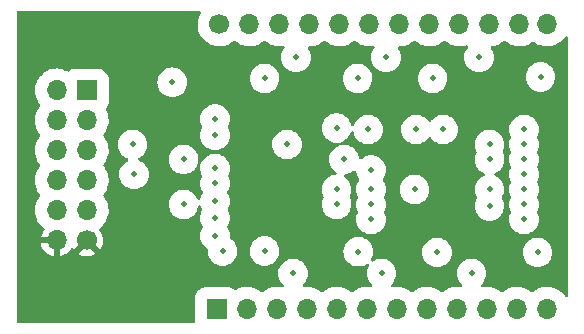
<source format=gbr>
%TF.GenerationSoftware,KiCad,Pcbnew,(6.0.9)*%
%TF.CreationDate,2023-03-11T18:38:12+09:00*%
%TF.ProjectId,Pmod_Matrix2,506d6f64-5f4d-4617-9472-6978322e6b69,rev?*%
%TF.SameCoordinates,Original*%
%TF.FileFunction,Copper,L6,Bot*%
%TF.FilePolarity,Positive*%
%FSLAX46Y46*%
G04 Gerber Fmt 4.6, Leading zero omitted, Abs format (unit mm)*
G04 Created by KiCad (PCBNEW (6.0.9)) date 2023-03-11 18:38:12*
%MOMM*%
%LPD*%
G01*
G04 APERTURE LIST*
%TA.AperFunction,ComponentPad*%
%ADD10C,1.700000*%
%TD*%
%TA.AperFunction,ComponentPad*%
%ADD11O,1.700000X1.700000*%
%TD*%
%TA.AperFunction,ComponentPad*%
%ADD12R,1.700000X1.700000*%
%TD*%
%TA.AperFunction,ViaPad*%
%ADD13C,0.500000*%
%TD*%
%TA.AperFunction,ViaPad*%
%ADD14C,0.800000*%
%TD*%
G04 APERTURE END LIST*
D10*
%TO.P,U4,24,COL1G*%
%TO.N,Net-(R9-Pad1)*%
X118483500Y-87760000D03*
D11*
%TO.P,U4,23,COL1R*%
%TO.N,Net-(R10-Pad1)*%
X121023500Y-87760000D03*
%TO.P,U4,22,ROW1*%
%TO.N,/ROW1*%
X123563500Y-87760000D03*
%TO.P,U4,21,COL2G*%
%TO.N,Net-(R11-Pad1)*%
X126103500Y-87760000D03*
%TO.P,U4,20,COL2R*%
%TO.N,Net-(R12-Pad1)*%
X128643500Y-87760000D03*
%TO.P,U4,19,ROW2*%
%TO.N,/ROW2*%
X131183500Y-87760000D03*
%TO.P,U4,18,COL3G*%
%TO.N,Net-(R13-Pad1)*%
X133723500Y-87760000D03*
%TO.P,U4,17,COL3R*%
%TO.N,Net-(R14-Pad1)*%
X136263500Y-87760000D03*
%TO.P,U4,16,ROW3*%
%TO.N,/ROW3*%
X138803500Y-87760000D03*
%TO.P,U4,15,COL4G*%
%TO.N,Net-(R15-Pad1)*%
X141343500Y-87760000D03*
%TO.P,U4,14,COL4R*%
%TO.N,Net-(R16-Pad1)*%
X143883500Y-87760000D03*
%TO.P,U4,13,ROW4*%
%TO.N,/ROW4*%
X146203500Y-87760000D03*
%TO.P,U4,12,ROW8*%
%TO.N,/ROW8*%
X146203500Y-111820000D03*
%TO.P,U4,11,COL8R*%
%TO.N,Net-(R8-Pad2)*%
X143663500Y-111820000D03*
%TO.P,U4,10,COL8G*%
%TO.N,Net-(R7-Pad2)*%
X141123500Y-111820000D03*
%TO.P,U4,9,ROW7*%
%TO.N,/ROW7*%
X138583500Y-111820000D03*
%TO.P,U4,8,COL7R*%
%TO.N,Net-(R6-Pad2)*%
X136043500Y-111820000D03*
%TO.P,U4,7,COL7G*%
%TO.N,Net-(R5-Pad2)*%
X133503500Y-111820000D03*
%TO.P,U4,6,ROW6*%
%TO.N,/ROW6*%
X130963500Y-111820000D03*
%TO.P,U4,5,COL6R*%
%TO.N,Net-(R4-Pad2)*%
X128423500Y-111820000D03*
%TO.P,U4,4,COL6G*%
%TO.N,Net-(R3-Pad2)*%
X125883500Y-111820000D03*
%TO.P,U4,3,ROW5*%
%TO.N,/ROW5*%
X123343500Y-111820000D03*
%TO.P,U4,2,COL5R*%
%TO.N,Net-(R2-Pad2)*%
X120803500Y-111820000D03*
D12*
%TO.P,U4,1,COL5G*%
%TO.N,Net-(R1-Pad2)*%
X118263500Y-111820000D03*
%TD*%
D10*
%TO.P,J1,11,6*%
%TO.N,VCC*%
X107250000Y-106045000D03*
D11*
%TO.P,J1,12,12*%
X104710000Y-106045000D03*
%TO.P,J1,9,5*%
%TO.N,GND*%
X107250000Y-103505000D03*
%TO.P,J1,10,11*%
X104710000Y-103505000D03*
%TO.P,J1,7,4*%
%TO.N,/RCLK*%
X107250000Y-100965000D03*
%TO.P,J1,8,10*%
%TO.N,/CLK*%
X104710000Y-100965000D03*
%TO.P,J1,5,3*%
%TO.N,Net-(J1-Pad5)*%
X107250000Y-98425000D03*
%TO.P,J1,6,9*%
%TO.N,Net-(J1-Pad6)*%
X104710000Y-98425000D03*
%TO.P,J1,3,2*%
%TO.N,/SER_Red*%
X107250000Y-95885000D03*
%TO.P,J1,4,8*%
%TO.N,Net-(J1-Pad4)*%
X104710000Y-95885000D03*
D12*
%TO.P,J1,1,1*%
%TO.N,/SER_Row*%
X107250000Y-93345000D03*
D11*
%TO.P,J1,2,7*%
%TO.N,/SER_Green*%
X104710000Y-93345000D03*
%TD*%
D13*
%TO.N,Net-(R14-Pad2)*%
X144272000Y-102997000D03*
%TO.N,Net-(R16-Pad2)*%
X144272000Y-101727000D03*
%TO.N,Net-(R8-Pad1)*%
X144272000Y-96647000D03*
%TO.N,Net-(R12-Pad2)*%
X144272000Y-104267000D03*
%TO.N,Net-(R15-Pad2)*%
X135001000Y-101727000D03*
%TO.N,/CLK*%
X141351000Y-97917000D03*
%TO.N,Net-(R10-Pad2)*%
X141351000Y-103124000D03*
%TO.N,Net-(R7-Pad1)*%
X135128000Y-96647000D03*
%TO.N,Net-(R6-Pad1)*%
X144272000Y-97917000D03*
%TO.N,Net-(R4-Pad1)*%
X144272000Y-99187000D03*
%TO.N,Net-(R2-Pad1)*%
X144272000Y-100457000D03*
%TO.N,Net-(R5-Pad1)*%
X130238500Y-106997500D03*
%TO.N,Net-(J1-Pad6)*%
X137414000Y-96647000D03*
%TO.N,Net-(J1-Pad4)*%
X128397000Y-96520000D03*
%TO.N,Net-(R9-Pad2)*%
X114490500Y-92646500D03*
%TO.N,/SER_Red*%
X141351000Y-101727000D03*
%TO.N,/CLK*%
X124206000Y-97917000D03*
%TO.N,Net-(R5-Pad1)*%
X131064000Y-96647000D03*
%TO.N,Net-(R1-Pad1)*%
X131318000Y-101727000D03*
X118745000Y-106934000D03*
%TO.N,Net-(R3-Pad1)*%
X131318000Y-100076000D03*
%TO.N,Net-(R11-Pad2)*%
X131318000Y-104267000D03*
%TO.N,Net-(R13-Pad2)*%
X131318000Y-102997000D03*
X130175000Y-92329000D03*
%TO.N,Net-(R11-Pad2)*%
X122301000Y-92329000D03*
%TO.N,Net-(R9-Pad2)*%
X128397000Y-102997000D03*
%TO.N,Net-(R10-Pad2)*%
X124968000Y-90551000D03*
%TO.N,Net-(R12-Pad2)*%
X132588000Y-90551000D03*
%TO.N,Net-(R14-Pad2)*%
X140462000Y-90551000D03*
%TO.N,Net-(R15-Pad2)*%
X136525000Y-92329000D03*
%TO.N,Net-(R16-Pad2)*%
X145669000Y-92202000D03*
%TO.N,Net-(R3-Pad1)*%
X122301000Y-106934000D03*
%TO.N,Net-(R2-Pad1)*%
X124714000Y-108839000D03*
%TO.N,Net-(R4-Pad1)*%
X132207000Y-108839000D03*
%TO.N,Net-(R7-Pad1)*%
X136906000Y-107061000D03*
%TO.N,Net-(R6-Pad1)*%
X139827000Y-108839000D03*
%TO.N,Net-(R8-Pad1)*%
X145415000Y-107061000D03*
D14*
%TO.N,VCC*%
X137186500Y-104267000D03*
D13*
%TO.N,/SER_Green*%
X128397000Y-101727000D03*
D14*
%TO.N,VCC*%
X124386000Y-104267000D03*
D13*
%TO.N,/ROW2*%
X118110000Y-105664000D03*
%TO.N,/ROW3*%
X118110000Y-104140000D03*
%TO.N,/ROW4*%
X118110000Y-102743000D03*
%TO.N,/RCLK*%
X141351000Y-99187000D03*
X129032000Y-99187000D03*
X115443000Y-99187000D03*
%TO.N,/ROW8*%
X118110000Y-95758000D03*
%TO.N,/ROW1*%
X115443000Y-102997000D03*
%TO.N,/CLK*%
X111125000Y-97917000D03*
%TO.N,/SER_Row*%
X111252000Y-100457000D03*
%TO.N,/ROW7*%
X118110000Y-97155000D03*
%TO.N,/ROW6*%
X118110000Y-99949000D03*
%TO.N,/ROW5*%
X118110000Y-101219000D03*
%TD*%
%TA.AperFunction,Conductor*%
%TO.N,VCC*%
G36*
X116867250Y-86618502D02*
G01*
X116913743Y-86672158D01*
X116923847Y-86742432D01*
X116908083Y-86787786D01*
X116817455Y-86943813D01*
X116719074Y-87186703D01*
X116655899Y-87441032D01*
X116629188Y-87701726D01*
X116639477Y-87963582D01*
X116686558Y-88221376D01*
X116769494Y-88469965D01*
X116771487Y-88473953D01*
X116848518Y-88628116D01*
X116886628Y-88704387D01*
X117035624Y-88919967D01*
X117141730Y-89034751D01*
X117156821Y-89051076D01*
X117213510Y-89112402D01*
X117216964Y-89115214D01*
X117413278Y-89275039D01*
X117413282Y-89275042D01*
X117416735Y-89277853D01*
X117420557Y-89280154D01*
X117572158Y-89371425D01*
X117641245Y-89413019D01*
X117754045Y-89460784D01*
X117878462Y-89513468D01*
X117878466Y-89513469D01*
X117882560Y-89515203D01*
X117886852Y-89516341D01*
X117886855Y-89516342D01*
X117987625Y-89543061D01*
X118135865Y-89582366D01*
X118140289Y-89582890D01*
X118140291Y-89582890D01*
X118291072Y-89600736D01*
X118396107Y-89613167D01*
X118658092Y-89606993D01*
X118662486Y-89606262D01*
X118662493Y-89606261D01*
X118912192Y-89564700D01*
X118912196Y-89564699D01*
X118916594Y-89563967D01*
X119080561Y-89512111D01*
X119162209Y-89486289D01*
X119162211Y-89486288D01*
X119166455Y-89484946D01*
X119170466Y-89483020D01*
X119170471Y-89483018D01*
X119398669Y-89373439D01*
X119398670Y-89373438D01*
X119402688Y-89371509D01*
X119571959Y-89258406D01*
X119616874Y-89228395D01*
X119616879Y-89228391D01*
X119620582Y-89225917D01*
X119623898Y-89222946D01*
X119623903Y-89222943D01*
X119670106Y-89181560D01*
X119734194Y-89151011D01*
X119804625Y-89159960D01*
X119833721Y-89177704D01*
X119953278Y-89275039D01*
X119953282Y-89275042D01*
X119956735Y-89277853D01*
X119960557Y-89280154D01*
X120112158Y-89371425D01*
X120181245Y-89413019D01*
X120294045Y-89460784D01*
X120418462Y-89513468D01*
X120418466Y-89513469D01*
X120422560Y-89515203D01*
X120426852Y-89516341D01*
X120426855Y-89516342D01*
X120527625Y-89543061D01*
X120675865Y-89582366D01*
X120680289Y-89582890D01*
X120680291Y-89582890D01*
X120831072Y-89600736D01*
X120936107Y-89613167D01*
X121198092Y-89606993D01*
X121202486Y-89606262D01*
X121202493Y-89606261D01*
X121452192Y-89564700D01*
X121452196Y-89564699D01*
X121456594Y-89563967D01*
X121620561Y-89512111D01*
X121702209Y-89486289D01*
X121702211Y-89486288D01*
X121706455Y-89484946D01*
X121710466Y-89483020D01*
X121710471Y-89483018D01*
X121938669Y-89373439D01*
X121938670Y-89373438D01*
X121942688Y-89371509D01*
X122111959Y-89258406D01*
X122156874Y-89228395D01*
X122156879Y-89228391D01*
X122160582Y-89225917D01*
X122163898Y-89222946D01*
X122163903Y-89222943D01*
X122210106Y-89181560D01*
X122274194Y-89151011D01*
X122344625Y-89159960D01*
X122373721Y-89177704D01*
X122493278Y-89275039D01*
X122493282Y-89275042D01*
X122496735Y-89277853D01*
X122500557Y-89280154D01*
X122652158Y-89371425D01*
X122721245Y-89413019D01*
X122834045Y-89460784D01*
X122958462Y-89513468D01*
X122958466Y-89513469D01*
X122962560Y-89515203D01*
X122966852Y-89516341D01*
X122966855Y-89516342D01*
X123067625Y-89543061D01*
X123215865Y-89582366D01*
X123220289Y-89582890D01*
X123220291Y-89582890D01*
X123371072Y-89600736D01*
X123476107Y-89613167D01*
X123738092Y-89606993D01*
X123742486Y-89606262D01*
X123742493Y-89606261D01*
X123854450Y-89587626D01*
X123924930Y-89596172D01*
X123979601Y-89641466D01*
X124001106Y-89709128D01*
X123982616Y-89777674D01*
X123978365Y-89784165D01*
X123880898Y-89923362D01*
X123788425Y-90121670D01*
X123731793Y-90333023D01*
X123712723Y-90551000D01*
X123731793Y-90768977D01*
X123788425Y-90980330D01*
X123790747Y-90985310D01*
X123790748Y-90985312D01*
X123867276Y-91149425D01*
X123880898Y-91178638D01*
X124006402Y-91357877D01*
X124161123Y-91512598D01*
X124165631Y-91515755D01*
X124165634Y-91515757D01*
X124335852Y-91634945D01*
X124340361Y-91638102D01*
X124345343Y-91640425D01*
X124345348Y-91640428D01*
X124486704Y-91706343D01*
X124538670Y-91730575D01*
X124543978Y-91731997D01*
X124543980Y-91731998D01*
X124555419Y-91735063D01*
X124750023Y-91787207D01*
X124968000Y-91806277D01*
X125185977Y-91787207D01*
X125380581Y-91735063D01*
X125392020Y-91731998D01*
X125392022Y-91731997D01*
X125397330Y-91730575D01*
X125449296Y-91706343D01*
X125590652Y-91640428D01*
X125590657Y-91640425D01*
X125595639Y-91638102D01*
X125600148Y-91634945D01*
X125770366Y-91515757D01*
X125770369Y-91515755D01*
X125774877Y-91512598D01*
X125929598Y-91357877D01*
X126055102Y-91178638D01*
X126068725Y-91149425D01*
X126145252Y-90985312D01*
X126145253Y-90985310D01*
X126147575Y-90980330D01*
X126204207Y-90768977D01*
X126223277Y-90551000D01*
X126204207Y-90333023D01*
X126147575Y-90121670D01*
X126055102Y-89923362D01*
X125975719Y-89809991D01*
X125953031Y-89742718D01*
X125970316Y-89673857D01*
X126022086Y-89625273D01*
X126075962Y-89611756D01*
X126278092Y-89606993D01*
X126282486Y-89606262D01*
X126282493Y-89606261D01*
X126532192Y-89564700D01*
X126532196Y-89564699D01*
X126536594Y-89563967D01*
X126700561Y-89512111D01*
X126782209Y-89486289D01*
X126782211Y-89486288D01*
X126786455Y-89484946D01*
X126790466Y-89483020D01*
X126790471Y-89483018D01*
X127018669Y-89373439D01*
X127018670Y-89373438D01*
X127022688Y-89371509D01*
X127191959Y-89258406D01*
X127236874Y-89228395D01*
X127236879Y-89228391D01*
X127240582Y-89225917D01*
X127243898Y-89222946D01*
X127243903Y-89222943D01*
X127290106Y-89181560D01*
X127354194Y-89151011D01*
X127424625Y-89159960D01*
X127453721Y-89177704D01*
X127573278Y-89275039D01*
X127573282Y-89275042D01*
X127576735Y-89277853D01*
X127580557Y-89280154D01*
X127732158Y-89371425D01*
X127801245Y-89413019D01*
X127914045Y-89460784D01*
X128038462Y-89513468D01*
X128038466Y-89513469D01*
X128042560Y-89515203D01*
X128046852Y-89516341D01*
X128046855Y-89516342D01*
X128147625Y-89543061D01*
X128295865Y-89582366D01*
X128300289Y-89582890D01*
X128300291Y-89582890D01*
X128451072Y-89600736D01*
X128556107Y-89613167D01*
X128818092Y-89606993D01*
X128822486Y-89606262D01*
X128822493Y-89606261D01*
X129072192Y-89564700D01*
X129072196Y-89564699D01*
X129076594Y-89563967D01*
X129240561Y-89512111D01*
X129322209Y-89486289D01*
X129322211Y-89486288D01*
X129326455Y-89484946D01*
X129330466Y-89483020D01*
X129330471Y-89483018D01*
X129558669Y-89373439D01*
X129558670Y-89373438D01*
X129562688Y-89371509D01*
X129731959Y-89258406D01*
X129776874Y-89228395D01*
X129776879Y-89228391D01*
X129780582Y-89225917D01*
X129783898Y-89222946D01*
X129783903Y-89222943D01*
X129830106Y-89181560D01*
X129894194Y-89151011D01*
X129964625Y-89159960D01*
X129993721Y-89177704D01*
X130113278Y-89275039D01*
X130113282Y-89275042D01*
X130116735Y-89277853D01*
X130120557Y-89280154D01*
X130272158Y-89371425D01*
X130341245Y-89413019D01*
X130454045Y-89460784D01*
X130578462Y-89513468D01*
X130578466Y-89513469D01*
X130582560Y-89515203D01*
X130586852Y-89516341D01*
X130586855Y-89516342D01*
X130687625Y-89543061D01*
X130835865Y-89582366D01*
X130840289Y-89582890D01*
X130840291Y-89582890D01*
X130991072Y-89600736D01*
X131096107Y-89613167D01*
X131358092Y-89606993D01*
X131362486Y-89606262D01*
X131362493Y-89606261D01*
X131474450Y-89587626D01*
X131544930Y-89596172D01*
X131599601Y-89641466D01*
X131621106Y-89709128D01*
X131602616Y-89777674D01*
X131598365Y-89784165D01*
X131500898Y-89923362D01*
X131408425Y-90121670D01*
X131351793Y-90333023D01*
X131332723Y-90551000D01*
X131351793Y-90768977D01*
X131408425Y-90980330D01*
X131410747Y-90985310D01*
X131410748Y-90985312D01*
X131487276Y-91149425D01*
X131500898Y-91178638D01*
X131626402Y-91357877D01*
X131781123Y-91512598D01*
X131785631Y-91515755D01*
X131785634Y-91515757D01*
X131955852Y-91634945D01*
X131960361Y-91638102D01*
X131965343Y-91640425D01*
X131965348Y-91640428D01*
X132106704Y-91706343D01*
X132158670Y-91730575D01*
X132163978Y-91731997D01*
X132163980Y-91731998D01*
X132175419Y-91735063D01*
X132370023Y-91787207D01*
X132588000Y-91806277D01*
X132805977Y-91787207D01*
X133000581Y-91735063D01*
X133012020Y-91731998D01*
X133012022Y-91731997D01*
X133017330Y-91730575D01*
X133069296Y-91706343D01*
X133210652Y-91640428D01*
X133210657Y-91640425D01*
X133215639Y-91638102D01*
X133220148Y-91634945D01*
X133390366Y-91515757D01*
X133390369Y-91515755D01*
X133394877Y-91512598D01*
X133549598Y-91357877D01*
X133675102Y-91178638D01*
X133688725Y-91149425D01*
X133765252Y-90985312D01*
X133765253Y-90985310D01*
X133767575Y-90980330D01*
X133824207Y-90768977D01*
X133843277Y-90551000D01*
X133824207Y-90333023D01*
X133767575Y-90121670D01*
X133675102Y-89923362D01*
X133595719Y-89809991D01*
X133573031Y-89742718D01*
X133590316Y-89673857D01*
X133642086Y-89625273D01*
X133695962Y-89611756D01*
X133898092Y-89606993D01*
X133902486Y-89606262D01*
X133902493Y-89606261D01*
X134152192Y-89564700D01*
X134152196Y-89564699D01*
X134156594Y-89563967D01*
X134320561Y-89512111D01*
X134402209Y-89486289D01*
X134402211Y-89486288D01*
X134406455Y-89484946D01*
X134410466Y-89483020D01*
X134410471Y-89483018D01*
X134638669Y-89373439D01*
X134638670Y-89373438D01*
X134642688Y-89371509D01*
X134811959Y-89258406D01*
X134856874Y-89228395D01*
X134856879Y-89228391D01*
X134860582Y-89225917D01*
X134863898Y-89222946D01*
X134863903Y-89222943D01*
X134910106Y-89181560D01*
X134974194Y-89151011D01*
X135044625Y-89159960D01*
X135073721Y-89177704D01*
X135193278Y-89275039D01*
X135193282Y-89275042D01*
X135196735Y-89277853D01*
X135200557Y-89280154D01*
X135352158Y-89371425D01*
X135421245Y-89413019D01*
X135534045Y-89460784D01*
X135658462Y-89513468D01*
X135658466Y-89513469D01*
X135662560Y-89515203D01*
X135666852Y-89516341D01*
X135666855Y-89516342D01*
X135767625Y-89543061D01*
X135915865Y-89582366D01*
X135920289Y-89582890D01*
X135920291Y-89582890D01*
X136071072Y-89600736D01*
X136176107Y-89613167D01*
X136438092Y-89606993D01*
X136442486Y-89606262D01*
X136442493Y-89606261D01*
X136692192Y-89564700D01*
X136692196Y-89564699D01*
X136696594Y-89563967D01*
X136860561Y-89512111D01*
X136942209Y-89486289D01*
X136942211Y-89486288D01*
X136946455Y-89484946D01*
X136950466Y-89483020D01*
X136950471Y-89483018D01*
X137178669Y-89373439D01*
X137178670Y-89373438D01*
X137182688Y-89371509D01*
X137351959Y-89258406D01*
X137396874Y-89228395D01*
X137396879Y-89228391D01*
X137400582Y-89225917D01*
X137403898Y-89222946D01*
X137403903Y-89222943D01*
X137450106Y-89181560D01*
X137514194Y-89151011D01*
X137584625Y-89159960D01*
X137613721Y-89177704D01*
X137733278Y-89275039D01*
X137733282Y-89275042D01*
X137736735Y-89277853D01*
X137740557Y-89280154D01*
X137892158Y-89371425D01*
X137961245Y-89413019D01*
X138074045Y-89460784D01*
X138198462Y-89513468D01*
X138198466Y-89513469D01*
X138202560Y-89515203D01*
X138206852Y-89516341D01*
X138206855Y-89516342D01*
X138307625Y-89543061D01*
X138455865Y-89582366D01*
X138460289Y-89582890D01*
X138460291Y-89582890D01*
X138611072Y-89600736D01*
X138716107Y-89613167D01*
X138978092Y-89606993D01*
X138982486Y-89606262D01*
X138982493Y-89606261D01*
X139232192Y-89564700D01*
X139232196Y-89564699D01*
X139236594Y-89563967D01*
X139394031Y-89514176D01*
X139465011Y-89512706D01*
X139525519Y-89549844D01*
X139556343Y-89613801D01*
X139547697Y-89684269D01*
X139521119Y-89723406D01*
X139500402Y-89744123D01*
X139374898Y-89923362D01*
X139282425Y-90121670D01*
X139225793Y-90333023D01*
X139206723Y-90551000D01*
X139225793Y-90768977D01*
X139282425Y-90980330D01*
X139284747Y-90985310D01*
X139284748Y-90985312D01*
X139361276Y-91149425D01*
X139374898Y-91178638D01*
X139500402Y-91357877D01*
X139655123Y-91512598D01*
X139659631Y-91515755D01*
X139659634Y-91515757D01*
X139829852Y-91634945D01*
X139834361Y-91638102D01*
X139839343Y-91640425D01*
X139839348Y-91640428D01*
X139980704Y-91706343D01*
X140032670Y-91730575D01*
X140037978Y-91731997D01*
X140037980Y-91731998D01*
X140049419Y-91735063D01*
X140244023Y-91787207D01*
X140462000Y-91806277D01*
X140679977Y-91787207D01*
X140874581Y-91735063D01*
X140886020Y-91731998D01*
X140886022Y-91731997D01*
X140891330Y-91730575D01*
X140943296Y-91706343D01*
X141084652Y-91640428D01*
X141084657Y-91640425D01*
X141089639Y-91638102D01*
X141094148Y-91634945D01*
X141264366Y-91515757D01*
X141264369Y-91515755D01*
X141268877Y-91512598D01*
X141423598Y-91357877D01*
X141549102Y-91178638D01*
X141562725Y-91149425D01*
X141639252Y-90985312D01*
X141639253Y-90985310D01*
X141641575Y-90980330D01*
X141698207Y-90768977D01*
X141717277Y-90551000D01*
X141698207Y-90333023D01*
X141641575Y-90121670D01*
X141549102Y-89923362D01*
X141462117Y-89799134D01*
X141439429Y-89731860D01*
X141456714Y-89663000D01*
X141508484Y-89614416D01*
X141544643Y-89602574D01*
X141772192Y-89564700D01*
X141772196Y-89564699D01*
X141776594Y-89563967D01*
X141940561Y-89512111D01*
X142022209Y-89486289D01*
X142022211Y-89486288D01*
X142026455Y-89484946D01*
X142030466Y-89483020D01*
X142030471Y-89483018D01*
X142258669Y-89373439D01*
X142258670Y-89373438D01*
X142262688Y-89371509D01*
X142431959Y-89258406D01*
X142476874Y-89228395D01*
X142476879Y-89228391D01*
X142480582Y-89225917D01*
X142483898Y-89222946D01*
X142483903Y-89222943D01*
X142530106Y-89181560D01*
X142594194Y-89151011D01*
X142664625Y-89159960D01*
X142693721Y-89177704D01*
X142813278Y-89275039D01*
X142813282Y-89275042D01*
X142816735Y-89277853D01*
X142820557Y-89280154D01*
X142972158Y-89371425D01*
X143041245Y-89413019D01*
X143154045Y-89460784D01*
X143278462Y-89513468D01*
X143278466Y-89513469D01*
X143282560Y-89515203D01*
X143286852Y-89516341D01*
X143286855Y-89516342D01*
X143387625Y-89543061D01*
X143535865Y-89582366D01*
X143540289Y-89582890D01*
X143540291Y-89582890D01*
X143691072Y-89600736D01*
X143796107Y-89613167D01*
X144058092Y-89606993D01*
X144062486Y-89606262D01*
X144062493Y-89606261D01*
X144312192Y-89564700D01*
X144312196Y-89564699D01*
X144316594Y-89563967D01*
X144480561Y-89512111D01*
X144562209Y-89486289D01*
X144562211Y-89486288D01*
X144566455Y-89484946D01*
X144570466Y-89483020D01*
X144570471Y-89483018D01*
X144798669Y-89373439D01*
X144798670Y-89373438D01*
X144802688Y-89371509D01*
X144971959Y-89258406D01*
X145039711Y-89237191D01*
X145108178Y-89255974D01*
X145121510Y-89265458D01*
X145133278Y-89275039D01*
X145133282Y-89275042D01*
X145136735Y-89277853D01*
X145140557Y-89280154D01*
X145292158Y-89371425D01*
X145361245Y-89413019D01*
X145474045Y-89460784D01*
X145598462Y-89513468D01*
X145598466Y-89513469D01*
X145602560Y-89515203D01*
X145606852Y-89516341D01*
X145606855Y-89516342D01*
X145707625Y-89543061D01*
X145855865Y-89582366D01*
X145860289Y-89582890D01*
X145860291Y-89582890D01*
X146011072Y-89600736D01*
X146116107Y-89613167D01*
X146378092Y-89606993D01*
X146382486Y-89606262D01*
X146382493Y-89606261D01*
X146632192Y-89564700D01*
X146632196Y-89564699D01*
X146636594Y-89563967D01*
X146800561Y-89512111D01*
X146882209Y-89486289D01*
X146882211Y-89486288D01*
X146886455Y-89484946D01*
X146890466Y-89483020D01*
X146890471Y-89483018D01*
X147118669Y-89373439D01*
X147118670Y-89373438D01*
X147122688Y-89371509D01*
X147291959Y-89258406D01*
X147336880Y-89228391D01*
X147336884Y-89228388D01*
X147340582Y-89225917D01*
X147535787Y-89051076D01*
X147645996Y-88919967D01*
X147701543Y-88853886D01*
X147701545Y-88853884D01*
X147704410Y-88850475D01*
X147737588Y-88797276D01*
X147790608Y-88750060D01*
X147860738Y-88739004D01*
X147925713Y-88767618D01*
X147964903Y-88826818D01*
X147970500Y-88863953D01*
X147970500Y-110714814D01*
X147950498Y-110782935D01*
X147896842Y-110829428D01*
X147826568Y-110839532D01*
X147761988Y-110810038D01*
X147743149Y-110789673D01*
X147616878Y-110618715D01*
X147616870Y-110618705D01*
X147614226Y-110615126D01*
X147430384Y-110428374D01*
X147275063Y-110309837D01*
X147225607Y-110272093D01*
X147225603Y-110272090D01*
X147222062Y-110269388D01*
X146993417Y-110141340D01*
X146989268Y-110139735D01*
X146989264Y-110139733D01*
X146839518Y-110081801D01*
X146749012Y-110046787D01*
X146744691Y-110045785D01*
X146744683Y-110045783D01*
X146548353Y-110000277D01*
X146493721Y-109987614D01*
X146232641Y-109965002D01*
X146228206Y-109965246D01*
X146228202Y-109965246D01*
X145975421Y-109979157D01*
X145975414Y-109979158D01*
X145970978Y-109979402D01*
X145713956Y-110030527D01*
X145709746Y-110032005D01*
X145709744Y-110032006D01*
X145586726Y-110075207D01*
X145466701Y-110117357D01*
X145462750Y-110119410D01*
X145462744Y-110119412D01*
X145413120Y-110145190D01*
X145234147Y-110238159D01*
X145230532Y-110240742D01*
X145230526Y-110240746D01*
X145024555Y-110387935D01*
X145024551Y-110387938D01*
X145020934Y-110390523D01*
X145017715Y-110393594D01*
X145014277Y-110396438D01*
X145013400Y-110395378D01*
X144955617Y-110425172D01*
X144884941Y-110418429D01*
X144855320Y-110401614D01*
X144685607Y-110272093D01*
X144685603Y-110272090D01*
X144682062Y-110269388D01*
X144453417Y-110141340D01*
X144449268Y-110139735D01*
X144449264Y-110139733D01*
X144299518Y-110081801D01*
X144209012Y-110046787D01*
X144204691Y-110045785D01*
X144204683Y-110045783D01*
X144008353Y-110000277D01*
X143953721Y-109987614D01*
X143692641Y-109965002D01*
X143688206Y-109965246D01*
X143688202Y-109965246D01*
X143435421Y-109979157D01*
X143435414Y-109979158D01*
X143430978Y-109979402D01*
X143173956Y-110030527D01*
X143169746Y-110032005D01*
X143169744Y-110032006D01*
X143046726Y-110075207D01*
X142926701Y-110117357D01*
X142922750Y-110119410D01*
X142922744Y-110119412D01*
X142873120Y-110145190D01*
X142694147Y-110238159D01*
X142690532Y-110240742D01*
X142690526Y-110240746D01*
X142484555Y-110387935D01*
X142484551Y-110387938D01*
X142480934Y-110390523D01*
X142477715Y-110393594D01*
X142474277Y-110396438D01*
X142473400Y-110395378D01*
X142415617Y-110425172D01*
X142344941Y-110418429D01*
X142315320Y-110401614D01*
X142145607Y-110272093D01*
X142145603Y-110272090D01*
X142142062Y-110269388D01*
X141913417Y-110141340D01*
X141909268Y-110139735D01*
X141909264Y-110139733D01*
X141759518Y-110081801D01*
X141669012Y-110046787D01*
X141664691Y-110045785D01*
X141664683Y-110045783D01*
X141468353Y-110000277D01*
X141413721Y-109987614D01*
X141152641Y-109965002D01*
X141148206Y-109965246D01*
X141148202Y-109965246D01*
X140895421Y-109979157D01*
X140895414Y-109979158D01*
X140890978Y-109979402D01*
X140754220Y-110006605D01*
X140683506Y-110000277D01*
X140627439Y-109956723D01*
X140603820Y-109889770D01*
X140620147Y-109820676D01*
X140640544Y-109793931D01*
X140788598Y-109645877D01*
X140914102Y-109466638D01*
X141006575Y-109268330D01*
X141063207Y-109056977D01*
X141082277Y-108839000D01*
X141063207Y-108621023D01*
X141006575Y-108409670D01*
X140954356Y-108297686D01*
X140916425Y-108216343D01*
X140916423Y-108216340D01*
X140914102Y-108211362D01*
X140788598Y-108032123D01*
X140633877Y-107877402D01*
X140629369Y-107874245D01*
X140629366Y-107874243D01*
X140459148Y-107755055D01*
X140459145Y-107755053D01*
X140454639Y-107751898D01*
X140449657Y-107749575D01*
X140449652Y-107749572D01*
X140261312Y-107661748D01*
X140261311Y-107661747D01*
X140256330Y-107659425D01*
X140251022Y-107658003D01*
X140251020Y-107658002D01*
X140128369Y-107625138D01*
X140044977Y-107602793D01*
X139827000Y-107583723D01*
X139609023Y-107602793D01*
X139525631Y-107625138D01*
X139402980Y-107658002D01*
X139402978Y-107658003D01*
X139397670Y-107659425D01*
X139392690Y-107661747D01*
X139392688Y-107661748D01*
X139204343Y-107749575D01*
X139204340Y-107749577D01*
X139199362Y-107751898D01*
X139020123Y-107877402D01*
X138865402Y-108032123D01*
X138739898Y-108211362D01*
X138737577Y-108216340D01*
X138737575Y-108216343D01*
X138699644Y-108297686D01*
X138647425Y-108409670D01*
X138590793Y-108621023D01*
X138571723Y-108839000D01*
X138590793Y-109056977D01*
X138647425Y-109268330D01*
X138739898Y-109466638D01*
X138865402Y-109645877D01*
X138996514Y-109776989D01*
X139030540Y-109839301D01*
X139025475Y-109910116D01*
X138982928Y-109966952D01*
X138916408Y-109991763D01*
X138882496Y-109989107D01*
X138882463Y-109989317D01*
X138879807Y-109988896D01*
X138878972Y-109988831D01*
X138878061Y-109988620D01*
X138878062Y-109988620D01*
X138873721Y-109987614D01*
X138612641Y-109965002D01*
X138608206Y-109965246D01*
X138608202Y-109965246D01*
X138355421Y-109979157D01*
X138355414Y-109979158D01*
X138350978Y-109979402D01*
X138093956Y-110030527D01*
X138089746Y-110032005D01*
X138089744Y-110032006D01*
X137966726Y-110075207D01*
X137846701Y-110117357D01*
X137842750Y-110119410D01*
X137842744Y-110119412D01*
X137793120Y-110145190D01*
X137614147Y-110238159D01*
X137610532Y-110240742D01*
X137610526Y-110240746D01*
X137404555Y-110387935D01*
X137404551Y-110387938D01*
X137400934Y-110390523D01*
X137397715Y-110393594D01*
X137394277Y-110396438D01*
X137393400Y-110395378D01*
X137335617Y-110425172D01*
X137264941Y-110418429D01*
X137235320Y-110401614D01*
X137065607Y-110272093D01*
X137065603Y-110272090D01*
X137062062Y-110269388D01*
X136833417Y-110141340D01*
X136829268Y-110139735D01*
X136829264Y-110139733D01*
X136679518Y-110081801D01*
X136589012Y-110046787D01*
X136584691Y-110045785D01*
X136584683Y-110045783D01*
X136388353Y-110000277D01*
X136333721Y-109987614D01*
X136072641Y-109965002D01*
X136068206Y-109965246D01*
X136068202Y-109965246D01*
X135815421Y-109979157D01*
X135815414Y-109979158D01*
X135810978Y-109979402D01*
X135553956Y-110030527D01*
X135549746Y-110032005D01*
X135549744Y-110032006D01*
X135426726Y-110075207D01*
X135306701Y-110117357D01*
X135302750Y-110119410D01*
X135302744Y-110119412D01*
X135253120Y-110145190D01*
X135074147Y-110238159D01*
X135070532Y-110240742D01*
X135070526Y-110240746D01*
X134864555Y-110387935D01*
X134864551Y-110387938D01*
X134860934Y-110390523D01*
X134857715Y-110393594D01*
X134854277Y-110396438D01*
X134853400Y-110395378D01*
X134795617Y-110425172D01*
X134724941Y-110418429D01*
X134695320Y-110401614D01*
X134525607Y-110272093D01*
X134525603Y-110272090D01*
X134522062Y-110269388D01*
X134293417Y-110141340D01*
X134289268Y-110139735D01*
X134289264Y-110139733D01*
X134139518Y-110081801D01*
X134049012Y-110046787D01*
X134044691Y-110045785D01*
X134044683Y-110045783D01*
X133848353Y-110000277D01*
X133793721Y-109987614D01*
X133532641Y-109965002D01*
X133528206Y-109965246D01*
X133528202Y-109965246D01*
X133275421Y-109979157D01*
X133275414Y-109979158D01*
X133270978Y-109979402D01*
X133134220Y-110006605D01*
X133063506Y-110000277D01*
X133007439Y-109956723D01*
X132983820Y-109889770D01*
X133000147Y-109820676D01*
X133020544Y-109793931D01*
X133168598Y-109645877D01*
X133294102Y-109466638D01*
X133386575Y-109268330D01*
X133443207Y-109056977D01*
X133462277Y-108839000D01*
X133443207Y-108621023D01*
X133386575Y-108409670D01*
X133334356Y-108297686D01*
X133296425Y-108216343D01*
X133296423Y-108216340D01*
X133294102Y-108211362D01*
X133168598Y-108032123D01*
X133013877Y-107877402D01*
X133009369Y-107874245D01*
X133009366Y-107874243D01*
X132839148Y-107755055D01*
X132839145Y-107755053D01*
X132834639Y-107751898D01*
X132829657Y-107749575D01*
X132829652Y-107749572D01*
X132641312Y-107661748D01*
X132641311Y-107661747D01*
X132636330Y-107659425D01*
X132631022Y-107658003D01*
X132631020Y-107658002D01*
X132508369Y-107625138D01*
X132424977Y-107602793D01*
X132207000Y-107583723D01*
X131989023Y-107602793D01*
X131905631Y-107625138D01*
X131782980Y-107658002D01*
X131782978Y-107658003D01*
X131777670Y-107659425D01*
X131772690Y-107661747D01*
X131772688Y-107661748D01*
X131584343Y-107749575D01*
X131584340Y-107749577D01*
X131579362Y-107751898D01*
X131510858Y-107799865D01*
X131492723Y-107812563D01*
X131425449Y-107835251D01*
X131356589Y-107817966D01*
X131308005Y-107766196D01*
X131295123Y-107696378D01*
X131317239Y-107637082D01*
X131325602Y-107625138D01*
X131344915Y-107583723D01*
X131415752Y-107431812D01*
X131415753Y-107431810D01*
X131418075Y-107426830D01*
X131431801Y-107375606D01*
X131447989Y-107315191D01*
X131474707Y-107215477D01*
X131488222Y-107061000D01*
X135650723Y-107061000D01*
X135669793Y-107278977D01*
X135726425Y-107490330D01*
X135728747Y-107495310D01*
X135728748Y-107495312D01*
X135805276Y-107659425D01*
X135818898Y-107688638D01*
X135944402Y-107867877D01*
X136099123Y-108022598D01*
X136103631Y-108025755D01*
X136103634Y-108025757D01*
X136273852Y-108144945D01*
X136278361Y-108148102D01*
X136283343Y-108150425D01*
X136283348Y-108150428D01*
X136471688Y-108238252D01*
X136476670Y-108240575D01*
X136481978Y-108241997D01*
X136481980Y-108241998D01*
X136522208Y-108252777D01*
X136688023Y-108297207D01*
X136906000Y-108316277D01*
X137123977Y-108297207D01*
X137289792Y-108252777D01*
X137330020Y-108241998D01*
X137330022Y-108241997D01*
X137335330Y-108240575D01*
X137340312Y-108238252D01*
X137528652Y-108150428D01*
X137528657Y-108150425D01*
X137533639Y-108148102D01*
X137538148Y-108144945D01*
X137708366Y-108025757D01*
X137708369Y-108025755D01*
X137712877Y-108022598D01*
X137867598Y-107867877D01*
X137993102Y-107688638D01*
X138006725Y-107659425D01*
X138083252Y-107495312D01*
X138083253Y-107495310D01*
X138085575Y-107490330D01*
X138142207Y-107278977D01*
X138161277Y-107061000D01*
X144159723Y-107061000D01*
X144178793Y-107278977D01*
X144235425Y-107490330D01*
X144237747Y-107495310D01*
X144237748Y-107495312D01*
X144314276Y-107659425D01*
X144327898Y-107688638D01*
X144453402Y-107867877D01*
X144608123Y-108022598D01*
X144612631Y-108025755D01*
X144612634Y-108025757D01*
X144782852Y-108144945D01*
X144787361Y-108148102D01*
X144792343Y-108150425D01*
X144792348Y-108150428D01*
X144980688Y-108238252D01*
X144985670Y-108240575D01*
X144990978Y-108241997D01*
X144990980Y-108241998D01*
X145031208Y-108252777D01*
X145197023Y-108297207D01*
X145415000Y-108316277D01*
X145632977Y-108297207D01*
X145798792Y-108252777D01*
X145839020Y-108241998D01*
X145839022Y-108241997D01*
X145844330Y-108240575D01*
X145849312Y-108238252D01*
X146037652Y-108150428D01*
X146037657Y-108150425D01*
X146042639Y-108148102D01*
X146047148Y-108144945D01*
X146217366Y-108025757D01*
X146217369Y-108025755D01*
X146221877Y-108022598D01*
X146376598Y-107867877D01*
X146502102Y-107688638D01*
X146515725Y-107659425D01*
X146592252Y-107495312D01*
X146592253Y-107495310D01*
X146594575Y-107490330D01*
X146651207Y-107278977D01*
X146670277Y-107061000D01*
X146651207Y-106843023D01*
X146594575Y-106631670D01*
X146591744Y-106625598D01*
X146504425Y-106438343D01*
X146504423Y-106438340D01*
X146502102Y-106433362D01*
X146376598Y-106254123D01*
X146221877Y-106099402D01*
X146217369Y-106096245D01*
X146217366Y-106096243D01*
X146047148Y-105977055D01*
X146047145Y-105977053D01*
X146042639Y-105973898D01*
X146037657Y-105971575D01*
X146037652Y-105971572D01*
X145849312Y-105883748D01*
X145849311Y-105883747D01*
X145844330Y-105881425D01*
X145839022Y-105880003D01*
X145839020Y-105880002D01*
X145773255Y-105862380D01*
X145632977Y-105824793D01*
X145415000Y-105805723D01*
X145197023Y-105824793D01*
X145056745Y-105862380D01*
X144990980Y-105880002D01*
X144990978Y-105880003D01*
X144985670Y-105881425D01*
X144980690Y-105883747D01*
X144980688Y-105883748D01*
X144792343Y-105971575D01*
X144792340Y-105971577D01*
X144787362Y-105973898D01*
X144608123Y-106099402D01*
X144453402Y-106254123D01*
X144327898Y-106433362D01*
X144325577Y-106438340D01*
X144325575Y-106438343D01*
X144238256Y-106625598D01*
X144235425Y-106631670D01*
X144178793Y-106843023D01*
X144159723Y-107061000D01*
X138161277Y-107061000D01*
X138142207Y-106843023D01*
X138085575Y-106631670D01*
X138082744Y-106625598D01*
X137995425Y-106438343D01*
X137995423Y-106438340D01*
X137993102Y-106433362D01*
X137867598Y-106254123D01*
X137712877Y-106099402D01*
X137708369Y-106096245D01*
X137708366Y-106096243D01*
X137538148Y-105977055D01*
X137538145Y-105977053D01*
X137533639Y-105973898D01*
X137528657Y-105971575D01*
X137528652Y-105971572D01*
X137340312Y-105883748D01*
X137340311Y-105883747D01*
X137335330Y-105881425D01*
X137330022Y-105880003D01*
X137330020Y-105880002D01*
X137264255Y-105862380D01*
X137123977Y-105824793D01*
X136906000Y-105805723D01*
X136688023Y-105824793D01*
X136547745Y-105862380D01*
X136481980Y-105880002D01*
X136481978Y-105880003D01*
X136476670Y-105881425D01*
X136471690Y-105883747D01*
X136471688Y-105883748D01*
X136283343Y-105971575D01*
X136283340Y-105971577D01*
X136278362Y-105973898D01*
X136099123Y-106099402D01*
X135944402Y-106254123D01*
X135818898Y-106433362D01*
X135816577Y-106438340D01*
X135816575Y-106438343D01*
X135729256Y-106625598D01*
X135726425Y-106631670D01*
X135669793Y-106843023D01*
X135650723Y-107061000D01*
X131488222Y-107061000D01*
X131493777Y-106997500D01*
X131474707Y-106779523D01*
X131418075Y-106568170D01*
X131405719Y-106541672D01*
X131327925Y-106374843D01*
X131327923Y-106374840D01*
X131325602Y-106369862D01*
X131200098Y-106190623D01*
X131045377Y-106035902D01*
X131040869Y-106032745D01*
X131040866Y-106032743D01*
X130870648Y-105913555D01*
X130870645Y-105913553D01*
X130866139Y-105910398D01*
X130861157Y-105908075D01*
X130861152Y-105908072D01*
X130672812Y-105820248D01*
X130672811Y-105820247D01*
X130667830Y-105817925D01*
X130662522Y-105816503D01*
X130662520Y-105816502D01*
X130596755Y-105798880D01*
X130456477Y-105761293D01*
X130238500Y-105742223D01*
X130020523Y-105761293D01*
X129880245Y-105798880D01*
X129814480Y-105816502D01*
X129814478Y-105816503D01*
X129809170Y-105817925D01*
X129804190Y-105820247D01*
X129804188Y-105820248D01*
X129615843Y-105908075D01*
X129615840Y-105908077D01*
X129610862Y-105910398D01*
X129431623Y-106035902D01*
X129276902Y-106190623D01*
X129151398Y-106369862D01*
X129149077Y-106374840D01*
X129149075Y-106374843D01*
X129071281Y-106541672D01*
X129058925Y-106568170D01*
X129002293Y-106779523D01*
X128983223Y-106997500D01*
X129002293Y-107215477D01*
X129029011Y-107315191D01*
X129045200Y-107375606D01*
X129058925Y-107426830D01*
X129061247Y-107431810D01*
X129061248Y-107431812D01*
X129132086Y-107583723D01*
X129151398Y-107625138D01*
X129276902Y-107804377D01*
X129431623Y-107959098D01*
X129436131Y-107962255D01*
X129436134Y-107962257D01*
X129606352Y-108081445D01*
X129610861Y-108084602D01*
X129615843Y-108086925D01*
X129615848Y-108086928D01*
X129804188Y-108174752D01*
X129809170Y-108177075D01*
X129814478Y-108178497D01*
X129814480Y-108178498D01*
X129854708Y-108189277D01*
X130020523Y-108233707D01*
X130238500Y-108252777D01*
X130456477Y-108233707D01*
X130622292Y-108189277D01*
X130662520Y-108178498D01*
X130662522Y-108178497D01*
X130667830Y-108177075D01*
X130672812Y-108174752D01*
X130861152Y-108086928D01*
X130861157Y-108086925D01*
X130866139Y-108084602D01*
X130952775Y-108023939D01*
X131020048Y-108001251D01*
X131088908Y-108018536D01*
X131137493Y-108070305D01*
X131150376Y-108140123D01*
X131128260Y-108199420D01*
X131119898Y-108211362D01*
X131117577Y-108216340D01*
X131117575Y-108216343D01*
X131079644Y-108297686D01*
X131027425Y-108409670D01*
X130970793Y-108621023D01*
X130951723Y-108839000D01*
X130970793Y-109056977D01*
X131027425Y-109268330D01*
X131119898Y-109466638D01*
X131245402Y-109645877D01*
X131376514Y-109776989D01*
X131410540Y-109839301D01*
X131405475Y-109910116D01*
X131362928Y-109966952D01*
X131296408Y-109991763D01*
X131262496Y-109989107D01*
X131262463Y-109989317D01*
X131259807Y-109988896D01*
X131258972Y-109988831D01*
X131258061Y-109988620D01*
X131258062Y-109988620D01*
X131253721Y-109987614D01*
X130992641Y-109965002D01*
X130988206Y-109965246D01*
X130988202Y-109965246D01*
X130735421Y-109979157D01*
X130735414Y-109979158D01*
X130730978Y-109979402D01*
X130473956Y-110030527D01*
X130469746Y-110032005D01*
X130469744Y-110032006D01*
X130346726Y-110075207D01*
X130226701Y-110117357D01*
X130222750Y-110119410D01*
X130222744Y-110119412D01*
X130173120Y-110145190D01*
X129994147Y-110238159D01*
X129990532Y-110240742D01*
X129990526Y-110240746D01*
X129784555Y-110387935D01*
X129784551Y-110387938D01*
X129780934Y-110390523D01*
X129777715Y-110393594D01*
X129774277Y-110396438D01*
X129773400Y-110395378D01*
X129715617Y-110425172D01*
X129644941Y-110418429D01*
X129615320Y-110401614D01*
X129445607Y-110272093D01*
X129445603Y-110272090D01*
X129442062Y-110269388D01*
X129213417Y-110141340D01*
X129209268Y-110139735D01*
X129209264Y-110139733D01*
X129059518Y-110081801D01*
X128969012Y-110046787D01*
X128964691Y-110045785D01*
X128964683Y-110045783D01*
X128768353Y-110000277D01*
X128713721Y-109987614D01*
X128452641Y-109965002D01*
X128448206Y-109965246D01*
X128448202Y-109965246D01*
X128195421Y-109979157D01*
X128195414Y-109979158D01*
X128190978Y-109979402D01*
X127933956Y-110030527D01*
X127929746Y-110032005D01*
X127929744Y-110032006D01*
X127806726Y-110075207D01*
X127686701Y-110117357D01*
X127682750Y-110119410D01*
X127682744Y-110119412D01*
X127633120Y-110145190D01*
X127454147Y-110238159D01*
X127450532Y-110240742D01*
X127450526Y-110240746D01*
X127244555Y-110387935D01*
X127244551Y-110387938D01*
X127240934Y-110390523D01*
X127237715Y-110393594D01*
X127234277Y-110396438D01*
X127233400Y-110395378D01*
X127175617Y-110425172D01*
X127104941Y-110418429D01*
X127075320Y-110401614D01*
X126905607Y-110272093D01*
X126905603Y-110272090D01*
X126902062Y-110269388D01*
X126673417Y-110141340D01*
X126669268Y-110139735D01*
X126669264Y-110139733D01*
X126519518Y-110081801D01*
X126429012Y-110046787D01*
X126424691Y-110045785D01*
X126424683Y-110045783D01*
X126228353Y-110000277D01*
X126173721Y-109987614D01*
X125912641Y-109965002D01*
X125908206Y-109965246D01*
X125908201Y-109965246D01*
X125653114Y-109979284D01*
X125583998Y-109963055D01*
X125534627Y-109912035D01*
X125520677Y-109842422D01*
X125546577Y-109776319D01*
X125557096Y-109764379D01*
X125675598Y-109645877D01*
X125801102Y-109466638D01*
X125893575Y-109268330D01*
X125950207Y-109056977D01*
X125969277Y-108839000D01*
X125950207Y-108621023D01*
X125893575Y-108409670D01*
X125841356Y-108297686D01*
X125803425Y-108216343D01*
X125803423Y-108216340D01*
X125801102Y-108211362D01*
X125675598Y-108032123D01*
X125520877Y-107877402D01*
X125516369Y-107874245D01*
X125516366Y-107874243D01*
X125346148Y-107755055D01*
X125346145Y-107755053D01*
X125341639Y-107751898D01*
X125336657Y-107749575D01*
X125336652Y-107749572D01*
X125148312Y-107661748D01*
X125148311Y-107661747D01*
X125143330Y-107659425D01*
X125138022Y-107658003D01*
X125138020Y-107658002D01*
X125015369Y-107625138D01*
X124931977Y-107602793D01*
X124714000Y-107583723D01*
X124496023Y-107602793D01*
X124412631Y-107625138D01*
X124289980Y-107658002D01*
X124289978Y-107658003D01*
X124284670Y-107659425D01*
X124279690Y-107661747D01*
X124279688Y-107661748D01*
X124091343Y-107749575D01*
X124091340Y-107749577D01*
X124086362Y-107751898D01*
X123907123Y-107877402D01*
X123752402Y-108032123D01*
X123626898Y-108211362D01*
X123624577Y-108216340D01*
X123624575Y-108216343D01*
X123586644Y-108297686D01*
X123534425Y-108409670D01*
X123477793Y-108621023D01*
X123458723Y-108839000D01*
X123477793Y-109056977D01*
X123534425Y-109268330D01*
X123626898Y-109466638D01*
X123752402Y-109645877D01*
X123907123Y-109800598D01*
X123911634Y-109803757D01*
X123915847Y-109807292D01*
X123914638Y-109808733D01*
X123953755Y-109857656D01*
X123961073Y-109928274D01*
X123929051Y-109991639D01*
X123867855Y-110027632D01*
X123808711Y-110028174D01*
X123688353Y-110000277D01*
X123633721Y-109987614D01*
X123372641Y-109965002D01*
X123368206Y-109965246D01*
X123368202Y-109965246D01*
X123115421Y-109979157D01*
X123115414Y-109979158D01*
X123110978Y-109979402D01*
X122853956Y-110030527D01*
X122849746Y-110032005D01*
X122849744Y-110032006D01*
X122726726Y-110075207D01*
X122606701Y-110117357D01*
X122602750Y-110119410D01*
X122602744Y-110119412D01*
X122553120Y-110145190D01*
X122374147Y-110238159D01*
X122370532Y-110240742D01*
X122370526Y-110240746D01*
X122164555Y-110387935D01*
X122164551Y-110387938D01*
X122160934Y-110390523D01*
X122157715Y-110393594D01*
X122154277Y-110396438D01*
X122153400Y-110395378D01*
X122095617Y-110425172D01*
X122024941Y-110418429D01*
X121995320Y-110401614D01*
X121825607Y-110272093D01*
X121825603Y-110272090D01*
X121822062Y-110269388D01*
X121593417Y-110141340D01*
X121589268Y-110139735D01*
X121589264Y-110139733D01*
X121439518Y-110081801D01*
X121349012Y-110046787D01*
X121344691Y-110045785D01*
X121344683Y-110045783D01*
X121148353Y-110000277D01*
X121093721Y-109987614D01*
X120832641Y-109965002D01*
X120828206Y-109965246D01*
X120828202Y-109965246D01*
X120575421Y-109979157D01*
X120575414Y-109979158D01*
X120570978Y-109979402D01*
X120313956Y-110030527D01*
X120309746Y-110032005D01*
X120309744Y-110032006D01*
X120186726Y-110075207D01*
X120066701Y-110117357D01*
X120062750Y-110119410D01*
X120062744Y-110119412D01*
X119886309Y-110211063D01*
X119816637Y-110224715D01*
X119748591Y-110196892D01*
X119683147Y-110143518D01*
X119667096Y-110130427D01*
X119486970Y-110036259D01*
X119291587Y-109980234D01*
X119259955Y-109977411D01*
X119174109Y-109969749D01*
X119174103Y-109969749D01*
X119171316Y-109969500D01*
X117355684Y-109969500D01*
X117352897Y-109969749D01*
X117352891Y-109969749D01*
X117267045Y-109977411D01*
X117235413Y-109980234D01*
X117040030Y-110036259D01*
X116926158Y-110095790D01*
X116874417Y-110122840D01*
X116859904Y-110130427D01*
X116854961Y-110134458D01*
X116854960Y-110134459D01*
X116744295Y-110224715D01*
X116702391Y-110258891D01*
X116698362Y-110263831D01*
X116597146Y-110387935D01*
X116573927Y-110416404D01*
X116479759Y-110596530D01*
X116423734Y-110791913D01*
X116413000Y-110912184D01*
X116413000Y-112727816D01*
X116423734Y-112848087D01*
X116434253Y-112884771D01*
X116433803Y-112955764D01*
X116395041Y-113015246D01*
X116330275Y-113044329D01*
X116313134Y-113045500D01*
X101456500Y-113045500D01*
X101388379Y-113025498D01*
X101341886Y-112971842D01*
X101330500Y-112919500D01*
X101330500Y-106312966D01*
X103378257Y-106312966D01*
X103408565Y-106447446D01*
X103411645Y-106457275D01*
X103491770Y-106654603D01*
X103496413Y-106663794D01*
X103607694Y-106845388D01*
X103613777Y-106853699D01*
X103753213Y-107014667D01*
X103760580Y-107021883D01*
X103924434Y-107157916D01*
X103932881Y-107163831D01*
X104116756Y-107271279D01*
X104126042Y-107275729D01*
X104325001Y-107351703D01*
X104334899Y-107354579D01*
X104438250Y-107375606D01*
X104452299Y-107374410D01*
X104456000Y-107364065D01*
X104456000Y-106317115D01*
X104451525Y-106301876D01*
X104450135Y-106300671D01*
X104442452Y-106299000D01*
X103393225Y-106299000D01*
X103379694Y-106302973D01*
X103378257Y-106312966D01*
X101330500Y-106312966D01*
X101330500Y-103446726D01*
X102855688Y-103446726D01*
X102855863Y-103451177D01*
X102863634Y-103648941D01*
X102865977Y-103708582D01*
X102866777Y-103712962D01*
X102911638Y-103958598D01*
X102913058Y-103966376D01*
X102995994Y-104214965D01*
X103024730Y-104272475D01*
X103075018Y-104373116D01*
X103113128Y-104449387D01*
X103262124Y-104664967D01*
X103352428Y-104762657D01*
X103422201Y-104838136D01*
X103440010Y-104857402D01*
X103524958Y-104926560D01*
X103631129Y-105012997D01*
X103671328Y-105071517D01*
X103673508Y-105142480D01*
X103650848Y-105187337D01*
X103651019Y-105187454D01*
X103650131Y-105188755D01*
X103649501Y-105190003D01*
X103648100Y-105191734D01*
X103528098Y-105367649D01*
X103523000Y-105376623D01*
X103433338Y-105569783D01*
X103429775Y-105579470D01*
X103374389Y-105779183D01*
X103375912Y-105787607D01*
X103388292Y-105791000D01*
X104838000Y-105791000D01*
X104906121Y-105811002D01*
X104952614Y-105864658D01*
X104964000Y-105917000D01*
X104964000Y-107363517D01*
X104968064Y-107377359D01*
X104981478Y-107379393D01*
X104988184Y-107378534D01*
X104998262Y-107376392D01*
X105202255Y-107315191D01*
X105211842Y-107311433D01*
X105403095Y-107217739D01*
X105411945Y-107212464D01*
X105471684Y-107169853D01*
X106489977Y-107169853D01*
X106495258Y-107176907D01*
X106656756Y-107271279D01*
X106666042Y-107275729D01*
X106865001Y-107351703D01*
X106874899Y-107354579D01*
X107083595Y-107397038D01*
X107093823Y-107398257D01*
X107306650Y-107406062D01*
X107316936Y-107405595D01*
X107528185Y-107378534D01*
X107538262Y-107376392D01*
X107742255Y-107315191D01*
X107751842Y-107311433D01*
X107943098Y-107217738D01*
X107951944Y-107212465D01*
X107999247Y-107178723D01*
X108007648Y-107168023D01*
X108000660Y-107154870D01*
X107262812Y-106417022D01*
X107248868Y-106409408D01*
X107247035Y-106409539D01*
X107240420Y-106413790D01*
X106496737Y-107157473D01*
X106489977Y-107169853D01*
X105471684Y-107169853D01*
X105585328Y-107088792D01*
X105593200Y-107082139D01*
X105744052Y-106931812D01*
X105750730Y-106923965D01*
X105878022Y-106746819D01*
X105879148Y-106747628D01*
X105926658Y-106703881D01*
X105996595Y-106691661D01*
X106062037Y-106719191D01*
X106089868Y-106751027D01*
X106116459Y-106794419D01*
X106126916Y-106803880D01*
X106135694Y-106800096D01*
X107160905Y-105774885D01*
X107223217Y-105740859D01*
X107294032Y-105745924D01*
X107339095Y-105774885D01*
X108360474Y-106796264D01*
X108372484Y-106802823D01*
X108384223Y-106793855D01*
X108415004Y-106751019D01*
X108420315Y-106742180D01*
X108514670Y-106551267D01*
X108518469Y-106541672D01*
X108580376Y-106337915D01*
X108582555Y-106327834D01*
X108610590Y-106114887D01*
X108611109Y-106108212D01*
X108612572Y-106048364D01*
X108612378Y-106041646D01*
X108594781Y-105827604D01*
X108593096Y-105817424D01*
X108541214Y-105610875D01*
X108537894Y-105601124D01*
X108452972Y-105405814D01*
X108448105Y-105396739D01*
X108332426Y-105217926D01*
X108326136Y-105209757D01*
X108312528Y-105194803D01*
X108281475Y-105130958D01*
X108289869Y-105060459D01*
X108335719Y-105005237D01*
X108383374Y-104973395D01*
X108383378Y-104973392D01*
X108387082Y-104970917D01*
X108582287Y-104796076D01*
X108661945Y-104701312D01*
X108748043Y-104598886D01*
X108748045Y-104598884D01*
X108750910Y-104595475D01*
X108889586Y-104373116D01*
X108895082Y-104360686D01*
X108993749Y-104137503D01*
X108995547Y-104133436D01*
X109066681Y-103881216D01*
X109089588Y-103710670D01*
X109101139Y-103624673D01*
X109101140Y-103624665D01*
X109101566Y-103621491D01*
X109105227Y-103505000D01*
X109086719Y-103243596D01*
X109033628Y-102997000D01*
X114187723Y-102997000D01*
X114206793Y-103214977D01*
X114263425Y-103426330D01*
X114265747Y-103431310D01*
X114265748Y-103431312D01*
X114324970Y-103558312D01*
X114355898Y-103624638D01*
X114481402Y-103803877D01*
X114636123Y-103958598D01*
X114640631Y-103961755D01*
X114640634Y-103961757D01*
X114647231Y-103966376D01*
X114815361Y-104084102D01*
X114820343Y-104086425D01*
X114820348Y-104086428D01*
X115008688Y-104174252D01*
X115013670Y-104176575D01*
X115018978Y-104177997D01*
X115018980Y-104177998D01*
X115084745Y-104195620D01*
X115225023Y-104233207D01*
X115443000Y-104252277D01*
X115660977Y-104233207D01*
X115801255Y-104195620D01*
X115867020Y-104177998D01*
X115867022Y-104177997D01*
X115872330Y-104176575D01*
X115877312Y-104174252D01*
X116065652Y-104086428D01*
X116065657Y-104086425D01*
X116070639Y-104084102D01*
X116238769Y-103966376D01*
X116245366Y-103961757D01*
X116245369Y-103961755D01*
X116249877Y-103958598D01*
X116404598Y-103803877D01*
X116530102Y-103624638D01*
X116561031Y-103558312D01*
X116620252Y-103431312D01*
X116620253Y-103431310D01*
X116622575Y-103426330D01*
X116679207Y-103214977D01*
X116681575Y-103187907D01*
X116707438Y-103121789D01*
X116764941Y-103080149D01*
X116835828Y-103076208D01*
X116897593Y-103111216D01*
X116926433Y-103162096D01*
X116927119Y-103161846D01*
X116928604Y-103165925D01*
X116928802Y-103166275D01*
X116929000Y-103167014D01*
X116929002Y-103167020D01*
X116930425Y-103172330D01*
X117022898Y-103370638D01*
X117026053Y-103375143D01*
X117027991Y-103378501D01*
X117044728Y-103447497D01*
X117027991Y-103504499D01*
X117026053Y-103507857D01*
X117022898Y-103512362D01*
X116930425Y-103710670D01*
X116929003Y-103715978D01*
X116929002Y-103715980D01*
X116911380Y-103781745D01*
X116873793Y-103922023D01*
X116854723Y-104140000D01*
X116873793Y-104357977D01*
X116930425Y-104569330D01*
X116932747Y-104574310D01*
X116932748Y-104574312D01*
X116991970Y-104701312D01*
X117022898Y-104767638D01*
X117044893Y-104799050D01*
X117066375Y-104829730D01*
X117089063Y-104897004D01*
X117071778Y-104965864D01*
X117066375Y-104974270D01*
X117022898Y-105036362D01*
X117020577Y-105041340D01*
X117020575Y-105041343D01*
X116933256Y-105228598D01*
X116930425Y-105234670D01*
X116873793Y-105446023D01*
X116854723Y-105664000D01*
X116873793Y-105881977D01*
X116930425Y-106093330D01*
X116932747Y-106098310D01*
X116932748Y-106098312D01*
X116977898Y-106195135D01*
X117022898Y-106291638D01*
X117148402Y-106470877D01*
X117303123Y-106625598D01*
X117307631Y-106628755D01*
X117307634Y-106628757D01*
X117444785Y-106724791D01*
X117489113Y-106780248D01*
X117498035Y-106838985D01*
X117496748Y-106853699D01*
X117489723Y-106934000D01*
X117508793Y-107151977D01*
X117540760Y-107271279D01*
X117562310Y-107351703D01*
X117565425Y-107363330D01*
X117567747Y-107368310D01*
X117567748Y-107368312D01*
X117626970Y-107495312D01*
X117657898Y-107561638D01*
X117783402Y-107740877D01*
X117938123Y-107895598D01*
X117942631Y-107898755D01*
X117942634Y-107898757D01*
X118089011Y-108001251D01*
X118117361Y-108021102D01*
X118122343Y-108023425D01*
X118122348Y-108023428D01*
X118253537Y-108084602D01*
X118315670Y-108113575D01*
X118320978Y-108114997D01*
X118320980Y-108114998D01*
X118386745Y-108132620D01*
X118527023Y-108170207D01*
X118745000Y-108189277D01*
X118962977Y-108170207D01*
X119103255Y-108132620D01*
X119169020Y-108114998D01*
X119169022Y-108114997D01*
X119174330Y-108113575D01*
X119236463Y-108084602D01*
X119367652Y-108023428D01*
X119367657Y-108023425D01*
X119372639Y-108021102D01*
X119400989Y-108001251D01*
X119547366Y-107898757D01*
X119547369Y-107898755D01*
X119551877Y-107895598D01*
X119706598Y-107740877D01*
X119832102Y-107561638D01*
X119863031Y-107495312D01*
X119922252Y-107368312D01*
X119922253Y-107368310D01*
X119924575Y-107363330D01*
X119927691Y-107351703D01*
X119949240Y-107271279D01*
X119981207Y-107151977D01*
X120000277Y-106934000D01*
X121045723Y-106934000D01*
X121064793Y-107151977D01*
X121096760Y-107271279D01*
X121118310Y-107351703D01*
X121121425Y-107363330D01*
X121123747Y-107368310D01*
X121123748Y-107368312D01*
X121182970Y-107495312D01*
X121213898Y-107561638D01*
X121339402Y-107740877D01*
X121494123Y-107895598D01*
X121498631Y-107898755D01*
X121498634Y-107898757D01*
X121645011Y-108001251D01*
X121673361Y-108021102D01*
X121678343Y-108023425D01*
X121678348Y-108023428D01*
X121809537Y-108084602D01*
X121871670Y-108113575D01*
X121876978Y-108114997D01*
X121876980Y-108114998D01*
X121942745Y-108132620D01*
X122083023Y-108170207D01*
X122301000Y-108189277D01*
X122518977Y-108170207D01*
X122659255Y-108132620D01*
X122725020Y-108114998D01*
X122725022Y-108114997D01*
X122730330Y-108113575D01*
X122792463Y-108084602D01*
X122923652Y-108023428D01*
X122923657Y-108023425D01*
X122928639Y-108021102D01*
X122956989Y-108001251D01*
X123103366Y-107898757D01*
X123103369Y-107898755D01*
X123107877Y-107895598D01*
X123262598Y-107740877D01*
X123388102Y-107561638D01*
X123419031Y-107495312D01*
X123478252Y-107368312D01*
X123478253Y-107368310D01*
X123480575Y-107363330D01*
X123483691Y-107351703D01*
X123505240Y-107271279D01*
X123537207Y-107151977D01*
X123556277Y-106934000D01*
X123537207Y-106716023D01*
X123480575Y-106504670D01*
X123449646Y-106438343D01*
X123390425Y-106311343D01*
X123390423Y-106311340D01*
X123388102Y-106306362D01*
X123262598Y-106127123D01*
X123107877Y-105972402D01*
X123103369Y-105969245D01*
X123103366Y-105969243D01*
X122933148Y-105850055D01*
X122933145Y-105850053D01*
X122928639Y-105846898D01*
X122923657Y-105844575D01*
X122923652Y-105844572D01*
X122735312Y-105756748D01*
X122735311Y-105756747D01*
X122730330Y-105754425D01*
X122725022Y-105753003D01*
X122725020Y-105753002D01*
X122659255Y-105735380D01*
X122518977Y-105697793D01*
X122301000Y-105678723D01*
X122083023Y-105697793D01*
X121942745Y-105735380D01*
X121876980Y-105753002D01*
X121876978Y-105753003D01*
X121871670Y-105754425D01*
X121866690Y-105756747D01*
X121866688Y-105756748D01*
X121678343Y-105844575D01*
X121678340Y-105844577D01*
X121673362Y-105846898D01*
X121494123Y-105972402D01*
X121339402Y-106127123D01*
X121213898Y-106306362D01*
X121211577Y-106311340D01*
X121211575Y-106311343D01*
X121152354Y-106438343D01*
X121121425Y-106504670D01*
X121064793Y-106716023D01*
X121045723Y-106934000D01*
X120000277Y-106934000D01*
X119981207Y-106716023D01*
X119924575Y-106504670D01*
X119893646Y-106438343D01*
X119834425Y-106311343D01*
X119834423Y-106311340D01*
X119832102Y-106306362D01*
X119706598Y-106127123D01*
X119551877Y-105972402D01*
X119547369Y-105969245D01*
X119547366Y-105969243D01*
X119410215Y-105873209D01*
X119365887Y-105817752D01*
X119356965Y-105759015D01*
X119364798Y-105669475D01*
X119365277Y-105664000D01*
X119346207Y-105446023D01*
X119289575Y-105234670D01*
X119286744Y-105228598D01*
X119199425Y-105041343D01*
X119199423Y-105041340D01*
X119197102Y-105036362D01*
X119153625Y-104974270D01*
X119130937Y-104906996D01*
X119148222Y-104838136D01*
X119153625Y-104829730D01*
X119175107Y-104799050D01*
X119197102Y-104767638D01*
X119228031Y-104701312D01*
X119287252Y-104574312D01*
X119287253Y-104574310D01*
X119289575Y-104569330D01*
X119346207Y-104357977D01*
X119365277Y-104140000D01*
X119346207Y-103922023D01*
X119308620Y-103781745D01*
X119290998Y-103715980D01*
X119290997Y-103715978D01*
X119289575Y-103710670D01*
X119197102Y-103512362D01*
X119193947Y-103507857D01*
X119192009Y-103504499D01*
X119175272Y-103435503D01*
X119192009Y-103378501D01*
X119193947Y-103375143D01*
X119197102Y-103370638D01*
X119289575Y-103172330D01*
X119291000Y-103167014D01*
X119315331Y-103076208D01*
X119336555Y-102997000D01*
X127141723Y-102997000D01*
X127160793Y-103214977D01*
X127217425Y-103426330D01*
X127219747Y-103431310D01*
X127219748Y-103431312D01*
X127278970Y-103558312D01*
X127309898Y-103624638D01*
X127435402Y-103803877D01*
X127590123Y-103958598D01*
X127594631Y-103961755D01*
X127594634Y-103961757D01*
X127601231Y-103966376D01*
X127769361Y-104084102D01*
X127774343Y-104086425D01*
X127774348Y-104086428D01*
X127962688Y-104174252D01*
X127967670Y-104176575D01*
X127972978Y-104177997D01*
X127972980Y-104177998D01*
X128038745Y-104195620D01*
X128179023Y-104233207D01*
X128397000Y-104252277D01*
X128614977Y-104233207D01*
X128755255Y-104195620D01*
X128821020Y-104177998D01*
X128821022Y-104177997D01*
X128826330Y-104176575D01*
X128831312Y-104174252D01*
X129019652Y-104086428D01*
X129019657Y-104086425D01*
X129024639Y-104084102D01*
X129192769Y-103966376D01*
X129199366Y-103961757D01*
X129199369Y-103961755D01*
X129203877Y-103958598D01*
X129358598Y-103803877D01*
X129484102Y-103624638D01*
X129515031Y-103558312D01*
X129574252Y-103431312D01*
X129574253Y-103431310D01*
X129576575Y-103426330D01*
X129633207Y-103214977D01*
X129652277Y-102997000D01*
X129633207Y-102779023D01*
X129595620Y-102638745D01*
X129577998Y-102572980D01*
X129577997Y-102572978D01*
X129576575Y-102567670D01*
X129505500Y-102415250D01*
X129494839Y-102345059D01*
X129505500Y-102308750D01*
X129574252Y-102161312D01*
X129574253Y-102161310D01*
X129576575Y-102156330D01*
X129578011Y-102150973D01*
X129607934Y-102039297D01*
X129633207Y-101944977D01*
X129652277Y-101727000D01*
X129633207Y-101509023D01*
X129576575Y-101297670D01*
X129558713Y-101259365D01*
X129486425Y-101104343D01*
X129486423Y-101104340D01*
X129484102Y-101099362D01*
X129358598Y-100920123D01*
X129203877Y-100765402D01*
X129199369Y-100762245D01*
X129199366Y-100762243D01*
X129058148Y-100663361D01*
X129013820Y-100607904D01*
X129006511Y-100537284D01*
X129038542Y-100473924D01*
X129099743Y-100437939D01*
X129119433Y-100434628D01*
X129249977Y-100423207D01*
X129417460Y-100378330D01*
X129456020Y-100367998D01*
X129456022Y-100367997D01*
X129461330Y-100366575D01*
X129591028Y-100306096D01*
X129654652Y-100276428D01*
X129654657Y-100276425D01*
X129659639Y-100274102D01*
X129757293Y-100205724D01*
X129834366Y-100151757D01*
X129834369Y-100151755D01*
X129838877Y-100148598D01*
X129859489Y-100127986D01*
X129921801Y-100093960D01*
X129992616Y-100099025D01*
X130049452Y-100141572D01*
X130074105Y-100206100D01*
X130081793Y-100293977D01*
X130105730Y-100383312D01*
X130121785Y-100443227D01*
X130138425Y-100505330D01*
X130140747Y-100510310D01*
X130140748Y-100510312D01*
X130220011Y-100680290D01*
X130230898Y-100703638D01*
X130276873Y-100769297D01*
X130318838Y-100829230D01*
X130341526Y-100896504D01*
X130324241Y-100965364D01*
X130318838Y-100973770D01*
X130230898Y-101099362D01*
X130228577Y-101104340D01*
X130228575Y-101104343D01*
X130156287Y-101259365D01*
X130138425Y-101297670D01*
X130081793Y-101509023D01*
X130062723Y-101727000D01*
X130081793Y-101944977D01*
X130107066Y-102039297D01*
X130136990Y-102150973D01*
X130138425Y-102156330D01*
X130140747Y-102161310D01*
X130140748Y-102161312D01*
X130209500Y-102308750D01*
X130220161Y-102378941D01*
X130209500Y-102415250D01*
X130138425Y-102567670D01*
X130137003Y-102572978D01*
X130137002Y-102572980D01*
X130119380Y-102638745D01*
X130081793Y-102779023D01*
X130062723Y-102997000D01*
X130081793Y-103214977D01*
X130138425Y-103426330D01*
X130140747Y-103431310D01*
X130140748Y-103431312D01*
X130209500Y-103578750D01*
X130220161Y-103648941D01*
X130209500Y-103685250D01*
X130138425Y-103837670D01*
X130081793Y-104049023D01*
X130062723Y-104267000D01*
X130081793Y-104484977D01*
X130138425Y-104696330D01*
X130140747Y-104701310D01*
X130140748Y-104701312D01*
X130214846Y-104860214D01*
X130230898Y-104894638D01*
X130356402Y-105073877D01*
X130511123Y-105228598D01*
X130515631Y-105231755D01*
X130515634Y-105231757D01*
X130652178Y-105327366D01*
X130690361Y-105354102D01*
X130695343Y-105356425D01*
X130695348Y-105356428D01*
X130876092Y-105440710D01*
X130888670Y-105446575D01*
X130893978Y-105447997D01*
X130893980Y-105447998D01*
X130959745Y-105465620D01*
X131100023Y-105503207D01*
X131318000Y-105522277D01*
X131535977Y-105503207D01*
X131676255Y-105465620D01*
X131742020Y-105447998D01*
X131742022Y-105447997D01*
X131747330Y-105446575D01*
X131759908Y-105440710D01*
X131940652Y-105356428D01*
X131940657Y-105356425D01*
X131945639Y-105354102D01*
X131983822Y-105327366D01*
X132120366Y-105231757D01*
X132120369Y-105231755D01*
X132124877Y-105228598D01*
X132279598Y-105073877D01*
X132405102Y-104894638D01*
X132421155Y-104860214D01*
X132495252Y-104701312D01*
X132495253Y-104701310D01*
X132497575Y-104696330D01*
X132554207Y-104484977D01*
X132573277Y-104267000D01*
X132554207Y-104049023D01*
X132497575Y-103837670D01*
X132426500Y-103685250D01*
X132415839Y-103615059D01*
X132426500Y-103578750D01*
X132495252Y-103431312D01*
X132495253Y-103431310D01*
X132497575Y-103426330D01*
X132554207Y-103214977D01*
X132562166Y-103124000D01*
X140095723Y-103124000D01*
X140114793Y-103341977D01*
X140171425Y-103553330D01*
X140173747Y-103558310D01*
X140173748Y-103558312D01*
X140243821Y-103708582D01*
X140263898Y-103751638D01*
X140389402Y-103930877D01*
X140544123Y-104085598D01*
X140548631Y-104088755D01*
X140548634Y-104088757D01*
X140718852Y-104207945D01*
X140723361Y-104211102D01*
X140728343Y-104213425D01*
X140728348Y-104213428D01*
X140916688Y-104301252D01*
X140921670Y-104303575D01*
X140926978Y-104304997D01*
X140926980Y-104304998D01*
X140992745Y-104322620D01*
X141133023Y-104360207D01*
X141351000Y-104379277D01*
X141568977Y-104360207D01*
X141709255Y-104322620D01*
X141775020Y-104304998D01*
X141775022Y-104304997D01*
X141780330Y-104303575D01*
X141785312Y-104301252D01*
X141858766Y-104267000D01*
X143016723Y-104267000D01*
X143035793Y-104484977D01*
X143092425Y-104696330D01*
X143094747Y-104701310D01*
X143094748Y-104701312D01*
X143168846Y-104860214D01*
X143184898Y-104894638D01*
X143310402Y-105073877D01*
X143465123Y-105228598D01*
X143469631Y-105231755D01*
X143469634Y-105231757D01*
X143606178Y-105327366D01*
X143644361Y-105354102D01*
X143649343Y-105356425D01*
X143649348Y-105356428D01*
X143830092Y-105440710D01*
X143842670Y-105446575D01*
X143847978Y-105447997D01*
X143847980Y-105447998D01*
X143913745Y-105465620D01*
X144054023Y-105503207D01*
X144272000Y-105522277D01*
X144489977Y-105503207D01*
X144630255Y-105465620D01*
X144696020Y-105447998D01*
X144696022Y-105447997D01*
X144701330Y-105446575D01*
X144713908Y-105440710D01*
X144894652Y-105356428D01*
X144894657Y-105356425D01*
X144899639Y-105354102D01*
X144937822Y-105327366D01*
X145074366Y-105231757D01*
X145074369Y-105231755D01*
X145078877Y-105228598D01*
X145233598Y-105073877D01*
X145359102Y-104894638D01*
X145375155Y-104860214D01*
X145449252Y-104701312D01*
X145449253Y-104701310D01*
X145451575Y-104696330D01*
X145508207Y-104484977D01*
X145527277Y-104267000D01*
X145508207Y-104049023D01*
X145451575Y-103837670D01*
X145380500Y-103685250D01*
X145369839Y-103615059D01*
X145380500Y-103578750D01*
X145449252Y-103431312D01*
X145449253Y-103431310D01*
X145451575Y-103426330D01*
X145508207Y-103214977D01*
X145527277Y-102997000D01*
X145508207Y-102779023D01*
X145470620Y-102638745D01*
X145452998Y-102572980D01*
X145452997Y-102572978D01*
X145451575Y-102567670D01*
X145380500Y-102415250D01*
X145369839Y-102345059D01*
X145380500Y-102308750D01*
X145449252Y-102161312D01*
X145449253Y-102161310D01*
X145451575Y-102156330D01*
X145453011Y-102150973D01*
X145482934Y-102039297D01*
X145508207Y-101944977D01*
X145527277Y-101727000D01*
X145508207Y-101509023D01*
X145451575Y-101297670D01*
X145417444Y-101224475D01*
X145380500Y-101145250D01*
X145369839Y-101075059D01*
X145380500Y-101038750D01*
X145449252Y-100891312D01*
X145449253Y-100891310D01*
X145451575Y-100886330D01*
X145508207Y-100674977D01*
X145527277Y-100457000D01*
X145508207Y-100239023D01*
X145451575Y-100027670D01*
X145417444Y-99954475D01*
X145380500Y-99875250D01*
X145369839Y-99805059D01*
X145380500Y-99768750D01*
X145449252Y-99621312D01*
X145449253Y-99621310D01*
X145451575Y-99616330D01*
X145453011Y-99610973D01*
X145482934Y-99499297D01*
X145508207Y-99404977D01*
X145527277Y-99187000D01*
X145508207Y-98969023D01*
X145454725Y-98769425D01*
X145452998Y-98762980D01*
X145452997Y-98762978D01*
X145451575Y-98757670D01*
X145431313Y-98714217D01*
X145380500Y-98605250D01*
X145369839Y-98535059D01*
X145380500Y-98498750D01*
X145449252Y-98351312D01*
X145449253Y-98351310D01*
X145451575Y-98346330D01*
X145454344Y-98335998D01*
X145482934Y-98229297D01*
X145508207Y-98134977D01*
X145527277Y-97917000D01*
X145508207Y-97699023D01*
X145451575Y-97487670D01*
X145446927Y-97477701D01*
X145380500Y-97335250D01*
X145369839Y-97265059D01*
X145380500Y-97228750D01*
X145449252Y-97081312D01*
X145449253Y-97081310D01*
X145451575Y-97076330D01*
X145453011Y-97070973D01*
X145482934Y-96959297D01*
X145508207Y-96864977D01*
X145527277Y-96647000D01*
X145508207Y-96429023D01*
X145451575Y-96217670D01*
X145394830Y-96095980D01*
X145361425Y-96024343D01*
X145361423Y-96024340D01*
X145359102Y-96019362D01*
X145233598Y-95840123D01*
X145078877Y-95685402D01*
X145074369Y-95682245D01*
X145074366Y-95682243D01*
X144904148Y-95563055D01*
X144904145Y-95563053D01*
X144899639Y-95559898D01*
X144894657Y-95557575D01*
X144894652Y-95557572D01*
X144706312Y-95469748D01*
X144706311Y-95469747D01*
X144701330Y-95467425D01*
X144696022Y-95466003D01*
X144696020Y-95466002D01*
X144630255Y-95448380D01*
X144489977Y-95410793D01*
X144272000Y-95391723D01*
X144054023Y-95410793D01*
X143913745Y-95448380D01*
X143847980Y-95466002D01*
X143847978Y-95466003D01*
X143842670Y-95467425D01*
X143837690Y-95469747D01*
X143837688Y-95469748D01*
X143649343Y-95557575D01*
X143649340Y-95557577D01*
X143644362Y-95559898D01*
X143465123Y-95685402D01*
X143310402Y-95840123D01*
X143184898Y-96019362D01*
X143182577Y-96024340D01*
X143182575Y-96024343D01*
X143149170Y-96095980D01*
X143092425Y-96217670D01*
X143035793Y-96429023D01*
X143016723Y-96647000D01*
X143035793Y-96864977D01*
X143061066Y-96959297D01*
X143090990Y-97070973D01*
X143092425Y-97076330D01*
X143094747Y-97081310D01*
X143094748Y-97081312D01*
X143163500Y-97228750D01*
X143174161Y-97298941D01*
X143163500Y-97335250D01*
X143097074Y-97477701D01*
X143092425Y-97487670D01*
X143035793Y-97699023D01*
X143016723Y-97917000D01*
X143035793Y-98134977D01*
X143061066Y-98229297D01*
X143089657Y-98335998D01*
X143092425Y-98346330D01*
X143094747Y-98351310D01*
X143094748Y-98351312D01*
X143163500Y-98498750D01*
X143174161Y-98568941D01*
X143163500Y-98605250D01*
X143112688Y-98714217D01*
X143092425Y-98757670D01*
X143091003Y-98762978D01*
X143091002Y-98762980D01*
X143089275Y-98769425D01*
X143035793Y-98969023D01*
X143016723Y-99187000D01*
X143035793Y-99404977D01*
X143061066Y-99499297D01*
X143090990Y-99610973D01*
X143092425Y-99616330D01*
X143094747Y-99621310D01*
X143094748Y-99621312D01*
X143163500Y-99768750D01*
X143174161Y-99838941D01*
X143163500Y-99875250D01*
X143126557Y-99954475D01*
X143092425Y-100027670D01*
X143035793Y-100239023D01*
X143016723Y-100457000D01*
X143035793Y-100674977D01*
X143092425Y-100886330D01*
X143094747Y-100891310D01*
X143094748Y-100891312D01*
X143163500Y-101038750D01*
X143174161Y-101108941D01*
X143163500Y-101145250D01*
X143126557Y-101224475D01*
X143092425Y-101297670D01*
X143035793Y-101509023D01*
X143016723Y-101727000D01*
X143035793Y-101944977D01*
X143061066Y-102039297D01*
X143090990Y-102150973D01*
X143092425Y-102156330D01*
X143094747Y-102161310D01*
X143094748Y-102161312D01*
X143163500Y-102308750D01*
X143174161Y-102378941D01*
X143163500Y-102415250D01*
X143092425Y-102567670D01*
X143091003Y-102572978D01*
X143091002Y-102572980D01*
X143073380Y-102638745D01*
X143035793Y-102779023D01*
X143016723Y-102997000D01*
X143035793Y-103214977D01*
X143092425Y-103426330D01*
X143094747Y-103431310D01*
X143094748Y-103431312D01*
X143163500Y-103578750D01*
X143174161Y-103648941D01*
X143163500Y-103685250D01*
X143092425Y-103837670D01*
X143035793Y-104049023D01*
X143016723Y-104267000D01*
X141858766Y-104267000D01*
X141973652Y-104213428D01*
X141973657Y-104213425D01*
X141978639Y-104211102D01*
X141983148Y-104207945D01*
X142153366Y-104088757D01*
X142153369Y-104088755D01*
X142157877Y-104085598D01*
X142312598Y-103930877D01*
X142438102Y-103751638D01*
X142458180Y-103708582D01*
X142528252Y-103558312D01*
X142528253Y-103558310D01*
X142530575Y-103553330D01*
X142587207Y-103341977D01*
X142606277Y-103124000D01*
X142587207Y-102906023D01*
X142530575Y-102694670D01*
X142438102Y-102496362D01*
X142434947Y-102491857D01*
X142433009Y-102488499D01*
X142416272Y-102419503D01*
X142433009Y-102362501D01*
X142434947Y-102359143D01*
X142438102Y-102354638D01*
X142530575Y-102156330D01*
X142532011Y-102150973D01*
X142561934Y-102039297D01*
X142587207Y-101944977D01*
X142606277Y-101727000D01*
X142587207Y-101509023D01*
X142530575Y-101297670D01*
X142512713Y-101259365D01*
X142440425Y-101104343D01*
X142440423Y-101104340D01*
X142438102Y-101099362D01*
X142312598Y-100920123D01*
X142157877Y-100765402D01*
X142153369Y-100762245D01*
X142153366Y-100762243D01*
X141983148Y-100643055D01*
X141983145Y-100643053D01*
X141978639Y-100639898D01*
X141973657Y-100637575D01*
X141973652Y-100637572D01*
X141831305Y-100571195D01*
X141778020Y-100524278D01*
X141758559Y-100456000D01*
X141779101Y-100388040D01*
X141831305Y-100342805D01*
X141973652Y-100276428D01*
X141973657Y-100276425D01*
X141978639Y-100274102D01*
X142076293Y-100205724D01*
X142153366Y-100151757D01*
X142153369Y-100151755D01*
X142157877Y-100148598D01*
X142312598Y-99993877D01*
X142438102Y-99814638D01*
X142460360Y-99766907D01*
X142528252Y-99621312D01*
X142528253Y-99621310D01*
X142530575Y-99616330D01*
X142532011Y-99610973D01*
X142561934Y-99499297D01*
X142587207Y-99404977D01*
X142606277Y-99187000D01*
X142587207Y-98969023D01*
X142533725Y-98769425D01*
X142531998Y-98762980D01*
X142531997Y-98762978D01*
X142530575Y-98757670D01*
X142510313Y-98714217D01*
X142459500Y-98605250D01*
X142448839Y-98535059D01*
X142459500Y-98498750D01*
X142528252Y-98351312D01*
X142528253Y-98351310D01*
X142530575Y-98346330D01*
X142533344Y-98335998D01*
X142561934Y-98229297D01*
X142587207Y-98134977D01*
X142606277Y-97917000D01*
X142587207Y-97699023D01*
X142530575Y-97487670D01*
X142527744Y-97481598D01*
X142440425Y-97294343D01*
X142440423Y-97294340D01*
X142438102Y-97289362D01*
X142312598Y-97110123D01*
X142157877Y-96955402D01*
X142153369Y-96952245D01*
X142153366Y-96952243D01*
X141983148Y-96833055D01*
X141983145Y-96833053D01*
X141978639Y-96829898D01*
X141973657Y-96827575D01*
X141973652Y-96827572D01*
X141785312Y-96739748D01*
X141785311Y-96739747D01*
X141780330Y-96737425D01*
X141775022Y-96736003D01*
X141775020Y-96736002D01*
X141709255Y-96718380D01*
X141568977Y-96680793D01*
X141351000Y-96661723D01*
X141133023Y-96680793D01*
X140992745Y-96718380D01*
X140926980Y-96736002D01*
X140926978Y-96736003D01*
X140921670Y-96737425D01*
X140916690Y-96739747D01*
X140916688Y-96739748D01*
X140728343Y-96827575D01*
X140728340Y-96827577D01*
X140723362Y-96829898D01*
X140544123Y-96955402D01*
X140389402Y-97110123D01*
X140263898Y-97289362D01*
X140261577Y-97294340D01*
X140261575Y-97294343D01*
X140174256Y-97481598D01*
X140171425Y-97487670D01*
X140114793Y-97699023D01*
X140095723Y-97917000D01*
X140114793Y-98134977D01*
X140140066Y-98229297D01*
X140168657Y-98335998D01*
X140171425Y-98346330D01*
X140173747Y-98351310D01*
X140173748Y-98351312D01*
X140242500Y-98498750D01*
X140253161Y-98568941D01*
X140242500Y-98605250D01*
X140191688Y-98714217D01*
X140171425Y-98757670D01*
X140170003Y-98762978D01*
X140170002Y-98762980D01*
X140168275Y-98769425D01*
X140114793Y-98969023D01*
X140095723Y-99187000D01*
X140114793Y-99404977D01*
X140140066Y-99499297D01*
X140169990Y-99610973D01*
X140171425Y-99616330D01*
X140173747Y-99621310D01*
X140173748Y-99621312D01*
X140241641Y-99766907D01*
X140263898Y-99814638D01*
X140389402Y-99993877D01*
X140544123Y-100148598D01*
X140548631Y-100151755D01*
X140548634Y-100151757D01*
X140625707Y-100205724D01*
X140723361Y-100274102D01*
X140728343Y-100276425D01*
X140728348Y-100276428D01*
X140870695Y-100342805D01*
X140923980Y-100389722D01*
X140943441Y-100458000D01*
X140922899Y-100525960D01*
X140870695Y-100571195D01*
X140728343Y-100637575D01*
X140728340Y-100637577D01*
X140723362Y-100639898D01*
X140544123Y-100765402D01*
X140389402Y-100920123D01*
X140263898Y-101099362D01*
X140261577Y-101104340D01*
X140261575Y-101104343D01*
X140189287Y-101259365D01*
X140171425Y-101297670D01*
X140114793Y-101509023D01*
X140095723Y-101727000D01*
X140114793Y-101944977D01*
X140140066Y-102039297D01*
X140169990Y-102150973D01*
X140171425Y-102156330D01*
X140263898Y-102354638D01*
X140267053Y-102359143D01*
X140268991Y-102362501D01*
X140285728Y-102431497D01*
X140268991Y-102488499D01*
X140267053Y-102491857D01*
X140263898Y-102496362D01*
X140171425Y-102694670D01*
X140114793Y-102906023D01*
X140095723Y-103124000D01*
X132562166Y-103124000D01*
X132573277Y-102997000D01*
X132554207Y-102779023D01*
X132516620Y-102638745D01*
X132498998Y-102572980D01*
X132498997Y-102572978D01*
X132497575Y-102567670D01*
X132426500Y-102415250D01*
X132415839Y-102345059D01*
X132426500Y-102308750D01*
X132495252Y-102161312D01*
X132495253Y-102161310D01*
X132497575Y-102156330D01*
X132499011Y-102150973D01*
X132528934Y-102039297D01*
X132554207Y-101944977D01*
X132573277Y-101727000D01*
X133745723Y-101727000D01*
X133764793Y-101944977D01*
X133790066Y-102039297D01*
X133819990Y-102150973D01*
X133821425Y-102156330D01*
X133823747Y-102161310D01*
X133823748Y-102161312D01*
X133891641Y-102306907D01*
X133913898Y-102354638D01*
X134039402Y-102533877D01*
X134194123Y-102688598D01*
X134198631Y-102691755D01*
X134198634Y-102691757D01*
X134271817Y-102743000D01*
X134373361Y-102814102D01*
X134378343Y-102816425D01*
X134378348Y-102816428D01*
X134559092Y-102900710D01*
X134571670Y-102906575D01*
X134576978Y-102907997D01*
X134576980Y-102907998D01*
X134642745Y-102925620D01*
X134783023Y-102963207D01*
X135001000Y-102982277D01*
X135218977Y-102963207D01*
X135359255Y-102925620D01*
X135425020Y-102907998D01*
X135425022Y-102907997D01*
X135430330Y-102906575D01*
X135442908Y-102900710D01*
X135623652Y-102816428D01*
X135623657Y-102816425D01*
X135628639Y-102814102D01*
X135730183Y-102743000D01*
X135803366Y-102691757D01*
X135803369Y-102691755D01*
X135807877Y-102688598D01*
X135962598Y-102533877D01*
X136088102Y-102354638D01*
X136110360Y-102306907D01*
X136178252Y-102161312D01*
X136178253Y-102161310D01*
X136180575Y-102156330D01*
X136182011Y-102150973D01*
X136211934Y-102039297D01*
X136237207Y-101944977D01*
X136256277Y-101727000D01*
X136237207Y-101509023D01*
X136180575Y-101297670D01*
X136162713Y-101259365D01*
X136090425Y-101104343D01*
X136090423Y-101104340D01*
X136088102Y-101099362D01*
X135962598Y-100920123D01*
X135807877Y-100765402D01*
X135803369Y-100762245D01*
X135803366Y-100762243D01*
X135633148Y-100643055D01*
X135633145Y-100643053D01*
X135628639Y-100639898D01*
X135623657Y-100637575D01*
X135623652Y-100637572D01*
X135435312Y-100549748D01*
X135435311Y-100549747D01*
X135430330Y-100547425D01*
X135425022Y-100546003D01*
X135425020Y-100546002D01*
X135343944Y-100524278D01*
X135218977Y-100490793D01*
X135001000Y-100471723D01*
X134783023Y-100490793D01*
X134658056Y-100524278D01*
X134576980Y-100546002D01*
X134576978Y-100546003D01*
X134571670Y-100547425D01*
X134566690Y-100549747D01*
X134566688Y-100549748D01*
X134378343Y-100637575D01*
X134378340Y-100637577D01*
X134373362Y-100639898D01*
X134194123Y-100765402D01*
X134039402Y-100920123D01*
X133913898Y-101099362D01*
X133911577Y-101104340D01*
X133911575Y-101104343D01*
X133839287Y-101259365D01*
X133821425Y-101297670D01*
X133764793Y-101509023D01*
X133745723Y-101727000D01*
X132573277Y-101727000D01*
X132554207Y-101509023D01*
X132497575Y-101297670D01*
X132479713Y-101259365D01*
X132407425Y-101104343D01*
X132407423Y-101104340D01*
X132405102Y-101099362D01*
X132317162Y-100973770D01*
X132294474Y-100906496D01*
X132311759Y-100837636D01*
X132317162Y-100829230D01*
X132359127Y-100769297D01*
X132405102Y-100703638D01*
X132415990Y-100680290D01*
X132495252Y-100510312D01*
X132495253Y-100510310D01*
X132497575Y-100505330D01*
X132514216Y-100443227D01*
X132530270Y-100383312D01*
X132554207Y-100293977D01*
X132573277Y-100076000D01*
X132554207Y-99858023D01*
X132497575Y-99646670D01*
X132480929Y-99610973D01*
X132407425Y-99453343D01*
X132407423Y-99453340D01*
X132405102Y-99448362D01*
X132279598Y-99269123D01*
X132124877Y-99114402D01*
X132120369Y-99111245D01*
X132120366Y-99111243D01*
X131950148Y-98992055D01*
X131950145Y-98992053D01*
X131945639Y-98988898D01*
X131940657Y-98986575D01*
X131940652Y-98986572D01*
X131752312Y-98898748D01*
X131752311Y-98898747D01*
X131747330Y-98896425D01*
X131742022Y-98895003D01*
X131742020Y-98895002D01*
X131666255Y-98874701D01*
X131535977Y-98839793D01*
X131318000Y-98820723D01*
X131100023Y-98839793D01*
X130969745Y-98874701D01*
X130893980Y-98895002D01*
X130893978Y-98895003D01*
X130888670Y-98896425D01*
X130883690Y-98898747D01*
X130883688Y-98898748D01*
X130695343Y-98986575D01*
X130695340Y-98986577D01*
X130690362Y-98988898D01*
X130511123Y-99114402D01*
X130490511Y-99135014D01*
X130428199Y-99169040D01*
X130357384Y-99163975D01*
X130300548Y-99121428D01*
X130275895Y-99056900D01*
X130274759Y-99043914D01*
X130268207Y-98969023D01*
X130214725Y-98769425D01*
X130212998Y-98762980D01*
X130212997Y-98762978D01*
X130211575Y-98757670D01*
X130193713Y-98719365D01*
X130121425Y-98564343D01*
X130121423Y-98564340D01*
X130119102Y-98559362D01*
X129993598Y-98380123D01*
X129838877Y-98225402D01*
X129834369Y-98222245D01*
X129834366Y-98222243D01*
X129664148Y-98103055D01*
X129664145Y-98103053D01*
X129659639Y-98099898D01*
X129654657Y-98097575D01*
X129654652Y-98097572D01*
X129466312Y-98009748D01*
X129466307Y-98009746D01*
X129461330Y-98007425D01*
X129456022Y-98006003D01*
X129456020Y-98006002D01*
X129390255Y-97988380D01*
X129249977Y-97950793D01*
X129032000Y-97931723D01*
X128873179Y-97945618D01*
X128803575Y-97931629D01*
X128752582Y-97882229D01*
X128736392Y-97813103D01*
X128760144Y-97746198D01*
X128819101Y-97701697D01*
X128821028Y-97700996D01*
X128826330Y-97699575D01*
X128831305Y-97697255D01*
X128831308Y-97697254D01*
X129019652Y-97609428D01*
X129019657Y-97609425D01*
X129024639Y-97607102D01*
X129057161Y-97584330D01*
X129199366Y-97484757D01*
X129199369Y-97484755D01*
X129203877Y-97481598D01*
X129358598Y-97326877D01*
X129484102Y-97147638D01*
X129515031Y-97081312D01*
X129574252Y-96954312D01*
X129574253Y-96954310D01*
X129576575Y-96949330D01*
X129591778Y-96892590D01*
X129628730Y-96831968D01*
X129692590Y-96800947D01*
X129763085Y-96809375D01*
X129817832Y-96854578D01*
X129835192Y-96892591D01*
X129882990Y-97070973D01*
X129884425Y-97076330D01*
X129886747Y-97081310D01*
X129886748Y-97081312D01*
X129954641Y-97226907D01*
X129976898Y-97274638D01*
X130102402Y-97453877D01*
X130257123Y-97608598D01*
X130261631Y-97611755D01*
X130261634Y-97611757D01*
X130390082Y-97701697D01*
X130436361Y-97734102D01*
X130441343Y-97736425D01*
X130441348Y-97736428D01*
X130605779Y-97813103D01*
X130634670Y-97826575D01*
X130639978Y-97827997D01*
X130639980Y-97827998D01*
X130705745Y-97845620D01*
X130846023Y-97883207D01*
X131064000Y-97902277D01*
X131281977Y-97883207D01*
X131422255Y-97845620D01*
X131488020Y-97827998D01*
X131488022Y-97827997D01*
X131493330Y-97826575D01*
X131522221Y-97813103D01*
X131686652Y-97736428D01*
X131686657Y-97736425D01*
X131691639Y-97734102D01*
X131737918Y-97701697D01*
X131866366Y-97611757D01*
X131866369Y-97611755D01*
X131870877Y-97608598D01*
X132025598Y-97453877D01*
X132151102Y-97274638D01*
X132173360Y-97226907D01*
X132241252Y-97081312D01*
X132241253Y-97081310D01*
X132243575Y-97076330D01*
X132245011Y-97070973D01*
X132274934Y-96959297D01*
X132300207Y-96864977D01*
X132319277Y-96647000D01*
X133872723Y-96647000D01*
X133891793Y-96864977D01*
X133917066Y-96959297D01*
X133946990Y-97070973D01*
X133948425Y-97076330D01*
X133950747Y-97081310D01*
X133950748Y-97081312D01*
X134018641Y-97226907D01*
X134040898Y-97274638D01*
X134166402Y-97453877D01*
X134321123Y-97608598D01*
X134325631Y-97611755D01*
X134325634Y-97611757D01*
X134454082Y-97701697D01*
X134500361Y-97734102D01*
X134505343Y-97736425D01*
X134505348Y-97736428D01*
X134669779Y-97813103D01*
X134698670Y-97826575D01*
X134703978Y-97827997D01*
X134703980Y-97827998D01*
X134769745Y-97845620D01*
X134910023Y-97883207D01*
X135128000Y-97902277D01*
X135345977Y-97883207D01*
X135486255Y-97845620D01*
X135552020Y-97827998D01*
X135552022Y-97827997D01*
X135557330Y-97826575D01*
X135586221Y-97813103D01*
X135750652Y-97736428D01*
X135750657Y-97736425D01*
X135755639Y-97734102D01*
X135801918Y-97701697D01*
X135930366Y-97611757D01*
X135930369Y-97611755D01*
X135934877Y-97608598D01*
X136089598Y-97453877D01*
X136167787Y-97342211D01*
X136223244Y-97297882D01*
X136293863Y-97290573D01*
X136357224Y-97322603D01*
X136374213Y-97342211D01*
X136452402Y-97453877D01*
X136607123Y-97608598D01*
X136611631Y-97611755D01*
X136611634Y-97611757D01*
X136740082Y-97701697D01*
X136786361Y-97734102D01*
X136791343Y-97736425D01*
X136791348Y-97736428D01*
X136955779Y-97813103D01*
X136984670Y-97826575D01*
X136989978Y-97827997D01*
X136989980Y-97827998D01*
X137055745Y-97845620D01*
X137196023Y-97883207D01*
X137414000Y-97902277D01*
X137631977Y-97883207D01*
X137772255Y-97845620D01*
X137838020Y-97827998D01*
X137838022Y-97827997D01*
X137843330Y-97826575D01*
X137872221Y-97813103D01*
X138036652Y-97736428D01*
X138036657Y-97736425D01*
X138041639Y-97734102D01*
X138087918Y-97701697D01*
X138216366Y-97611757D01*
X138216369Y-97611755D01*
X138220877Y-97608598D01*
X138375598Y-97453877D01*
X138501102Y-97274638D01*
X138523360Y-97226907D01*
X138591252Y-97081312D01*
X138591253Y-97081310D01*
X138593575Y-97076330D01*
X138595011Y-97070973D01*
X138624934Y-96959297D01*
X138650207Y-96864977D01*
X138669277Y-96647000D01*
X138650207Y-96429023D01*
X138593575Y-96217670D01*
X138536830Y-96095980D01*
X138503425Y-96024343D01*
X138503423Y-96024340D01*
X138501102Y-96019362D01*
X138375598Y-95840123D01*
X138220877Y-95685402D01*
X138216369Y-95682245D01*
X138216366Y-95682243D01*
X138046148Y-95563055D01*
X138046145Y-95563053D01*
X138041639Y-95559898D01*
X138036657Y-95557575D01*
X138036652Y-95557572D01*
X137848312Y-95469748D01*
X137848311Y-95469747D01*
X137843330Y-95467425D01*
X137838022Y-95466003D01*
X137838020Y-95466002D01*
X137772255Y-95448380D01*
X137631977Y-95410793D01*
X137414000Y-95391723D01*
X137196023Y-95410793D01*
X137055745Y-95448380D01*
X136989980Y-95466002D01*
X136989978Y-95466003D01*
X136984670Y-95467425D01*
X136979690Y-95469747D01*
X136979688Y-95469748D01*
X136791343Y-95557575D01*
X136791340Y-95557577D01*
X136786362Y-95559898D01*
X136607123Y-95685402D01*
X136452402Y-95840123D01*
X136418723Y-95888222D01*
X136374213Y-95951789D01*
X136318756Y-95996118D01*
X136248137Y-96003427D01*
X136184776Y-95971397D01*
X136167787Y-95951789D01*
X136123277Y-95888222D01*
X136089598Y-95840123D01*
X135934877Y-95685402D01*
X135930369Y-95682245D01*
X135930366Y-95682243D01*
X135760148Y-95563055D01*
X135760145Y-95563053D01*
X135755639Y-95559898D01*
X135750657Y-95557575D01*
X135750652Y-95557572D01*
X135562312Y-95469748D01*
X135562311Y-95469747D01*
X135557330Y-95467425D01*
X135552022Y-95466003D01*
X135552020Y-95466002D01*
X135486255Y-95448380D01*
X135345977Y-95410793D01*
X135128000Y-95391723D01*
X134910023Y-95410793D01*
X134769745Y-95448380D01*
X134703980Y-95466002D01*
X134703978Y-95466003D01*
X134698670Y-95467425D01*
X134693690Y-95469747D01*
X134693688Y-95469748D01*
X134505343Y-95557575D01*
X134505340Y-95557577D01*
X134500362Y-95559898D01*
X134321123Y-95685402D01*
X134166402Y-95840123D01*
X134040898Y-96019362D01*
X134038577Y-96024340D01*
X134038575Y-96024343D01*
X134005170Y-96095980D01*
X133948425Y-96217670D01*
X133891793Y-96429023D01*
X133872723Y-96647000D01*
X132319277Y-96647000D01*
X132300207Y-96429023D01*
X132243575Y-96217670D01*
X132186830Y-96095980D01*
X132153425Y-96024343D01*
X132153423Y-96024340D01*
X132151102Y-96019362D01*
X132025598Y-95840123D01*
X131870877Y-95685402D01*
X131866369Y-95682245D01*
X131866366Y-95682243D01*
X131696148Y-95563055D01*
X131696145Y-95563053D01*
X131691639Y-95559898D01*
X131686657Y-95557575D01*
X131686652Y-95557572D01*
X131498312Y-95469748D01*
X131498311Y-95469747D01*
X131493330Y-95467425D01*
X131488022Y-95466003D01*
X131488020Y-95466002D01*
X131422255Y-95448380D01*
X131281977Y-95410793D01*
X131064000Y-95391723D01*
X130846023Y-95410793D01*
X130705745Y-95448380D01*
X130639980Y-95466002D01*
X130639978Y-95466003D01*
X130634670Y-95467425D01*
X130629690Y-95469747D01*
X130629688Y-95469748D01*
X130441343Y-95557575D01*
X130441340Y-95557577D01*
X130436362Y-95559898D01*
X130257123Y-95685402D01*
X130102402Y-95840123D01*
X129976898Y-96019362D01*
X129974577Y-96024340D01*
X129974575Y-96024343D01*
X129941170Y-96095980D01*
X129884425Y-96217670D01*
X129883003Y-96222978D01*
X129883002Y-96222980D01*
X129869222Y-96274409D01*
X129832270Y-96335032D01*
X129768410Y-96366053D01*
X129697915Y-96357625D01*
X129643168Y-96312422D01*
X129625808Y-96274409D01*
X129577998Y-96095980D01*
X129577997Y-96095978D01*
X129576575Y-96090670D01*
X129545646Y-96024343D01*
X129486425Y-95897343D01*
X129486423Y-95897340D01*
X129484102Y-95892362D01*
X129358598Y-95713123D01*
X129203877Y-95558402D01*
X129199369Y-95555245D01*
X129199366Y-95555243D01*
X129029148Y-95436055D01*
X129029145Y-95436053D01*
X129024639Y-95432898D01*
X129019657Y-95430575D01*
X129019652Y-95430572D01*
X128831312Y-95342748D01*
X128831311Y-95342747D01*
X128826330Y-95340425D01*
X128821022Y-95339003D01*
X128821020Y-95339002D01*
X128719138Y-95311703D01*
X128614977Y-95283793D01*
X128397000Y-95264723D01*
X128179023Y-95283793D01*
X128074862Y-95311703D01*
X127972980Y-95339002D01*
X127972978Y-95339003D01*
X127967670Y-95340425D01*
X127962690Y-95342747D01*
X127962688Y-95342748D01*
X127774343Y-95430575D01*
X127774340Y-95430577D01*
X127769362Y-95432898D01*
X127590123Y-95558402D01*
X127435402Y-95713123D01*
X127309898Y-95892362D01*
X127307577Y-95897340D01*
X127307575Y-95897343D01*
X127248354Y-96024343D01*
X127217425Y-96090670D01*
X127160793Y-96302023D01*
X127141723Y-96520000D01*
X127160793Y-96737977D01*
X127217425Y-96949330D01*
X127219747Y-96954310D01*
X127219748Y-96954312D01*
X127278970Y-97081312D01*
X127309898Y-97147638D01*
X127435402Y-97326877D01*
X127590123Y-97481598D01*
X127594631Y-97484755D01*
X127594634Y-97484757D01*
X127736839Y-97584330D01*
X127769361Y-97607102D01*
X127774343Y-97609425D01*
X127774348Y-97609428D01*
X127895076Y-97665724D01*
X127967670Y-97699575D01*
X127972978Y-97700997D01*
X127972980Y-97700998D01*
X128038745Y-97718620D01*
X128179023Y-97756207D01*
X128397000Y-97775277D01*
X128555821Y-97761382D01*
X128625425Y-97775371D01*
X128676418Y-97824771D01*
X128692608Y-97893897D01*
X128668856Y-97960802D01*
X128609899Y-98005303D01*
X128607972Y-98006004D01*
X128602670Y-98007425D01*
X128597695Y-98009745D01*
X128597692Y-98009746D01*
X128409343Y-98097575D01*
X128409340Y-98097577D01*
X128404362Y-98099898D01*
X128225123Y-98225402D01*
X128070402Y-98380123D01*
X127944898Y-98559362D01*
X127942577Y-98564340D01*
X127942575Y-98564343D01*
X127870287Y-98719365D01*
X127852425Y-98757670D01*
X127851003Y-98762978D01*
X127851002Y-98762980D01*
X127849275Y-98769425D01*
X127795793Y-98969023D01*
X127776723Y-99187000D01*
X127795793Y-99404977D01*
X127821066Y-99499297D01*
X127850990Y-99610973D01*
X127852425Y-99616330D01*
X127854747Y-99621310D01*
X127854748Y-99621312D01*
X127922641Y-99766907D01*
X127944898Y-99814638D01*
X128070402Y-99993877D01*
X128225123Y-100148598D01*
X128229631Y-100151755D01*
X128229634Y-100151757D01*
X128370852Y-100250639D01*
X128415180Y-100306096D01*
X128422489Y-100376716D01*
X128390458Y-100440076D01*
X128329257Y-100476061D01*
X128309567Y-100479372D01*
X128179023Y-100490793D01*
X128054056Y-100524278D01*
X127972980Y-100546002D01*
X127972978Y-100546003D01*
X127967670Y-100547425D01*
X127962690Y-100549747D01*
X127962688Y-100549748D01*
X127774343Y-100637575D01*
X127774340Y-100637577D01*
X127769362Y-100639898D01*
X127590123Y-100765402D01*
X127435402Y-100920123D01*
X127309898Y-101099362D01*
X127307577Y-101104340D01*
X127307575Y-101104343D01*
X127235287Y-101259365D01*
X127217425Y-101297670D01*
X127160793Y-101509023D01*
X127141723Y-101727000D01*
X127160793Y-101944977D01*
X127186066Y-102039297D01*
X127215990Y-102150973D01*
X127217425Y-102156330D01*
X127219747Y-102161310D01*
X127219748Y-102161312D01*
X127288500Y-102308750D01*
X127299161Y-102378941D01*
X127288500Y-102415250D01*
X127217425Y-102567670D01*
X127216003Y-102572978D01*
X127216002Y-102572980D01*
X127198380Y-102638745D01*
X127160793Y-102779023D01*
X127141723Y-102997000D01*
X119336555Y-102997000D01*
X119346207Y-102960977D01*
X119365277Y-102743000D01*
X119346207Y-102525023D01*
X119302525Y-102362000D01*
X119290998Y-102318980D01*
X119290997Y-102318978D01*
X119289575Y-102313670D01*
X119287252Y-102308688D01*
X119199425Y-102120343D01*
X119199423Y-102120340D01*
X119197102Y-102115362D01*
X119153625Y-102053270D01*
X119130937Y-101985996D01*
X119148222Y-101917136D01*
X119153625Y-101908730D01*
X119162176Y-101896518D01*
X119197102Y-101846638D01*
X119203408Y-101833116D01*
X119287252Y-101653312D01*
X119287253Y-101653310D01*
X119289575Y-101648330D01*
X119292344Y-101637998D01*
X119344783Y-101442290D01*
X119346207Y-101436977D01*
X119365277Y-101219000D01*
X119346207Y-101001023D01*
X119308620Y-100860745D01*
X119290998Y-100794980D01*
X119290997Y-100794978D01*
X119289575Y-100789670D01*
X119251513Y-100708045D01*
X119218500Y-100637250D01*
X119207839Y-100567059D01*
X119218500Y-100530750D01*
X119287252Y-100383312D01*
X119287253Y-100383310D01*
X119289575Y-100378330D01*
X119292344Y-100367998D01*
X119335724Y-100206100D01*
X119346207Y-100166977D01*
X119365277Y-99949000D01*
X119346207Y-99731023D01*
X119289575Y-99519670D01*
X119258646Y-99453343D01*
X119199425Y-99326343D01*
X119199423Y-99326340D01*
X119197102Y-99321362D01*
X119071598Y-99142123D01*
X118916877Y-98987402D01*
X118912369Y-98984245D01*
X118912366Y-98984243D01*
X118742148Y-98865055D01*
X118742145Y-98865053D01*
X118737639Y-98861898D01*
X118732657Y-98859575D01*
X118732652Y-98859572D01*
X118544312Y-98771748D01*
X118544311Y-98771747D01*
X118539330Y-98769425D01*
X118534022Y-98768003D01*
X118534020Y-98768002D01*
X118468255Y-98750380D01*
X118327977Y-98712793D01*
X118110000Y-98693723D01*
X117892023Y-98712793D01*
X117751745Y-98750380D01*
X117685980Y-98768002D01*
X117685978Y-98768003D01*
X117680670Y-98769425D01*
X117675690Y-98771747D01*
X117675688Y-98771748D01*
X117487343Y-98859575D01*
X117487340Y-98859577D01*
X117482362Y-98861898D01*
X117303123Y-98987402D01*
X117148402Y-99142123D01*
X117022898Y-99321362D01*
X117020577Y-99326340D01*
X117020575Y-99326343D01*
X116961354Y-99453343D01*
X116930425Y-99519670D01*
X116873793Y-99731023D01*
X116854723Y-99949000D01*
X116873793Y-100166977D01*
X116884276Y-100206100D01*
X116927657Y-100367998D01*
X116930425Y-100378330D01*
X116932747Y-100383310D01*
X116932748Y-100383312D01*
X117001500Y-100530750D01*
X117012161Y-100600941D01*
X117001500Y-100637250D01*
X116968488Y-100708045D01*
X116930425Y-100789670D01*
X116929003Y-100794978D01*
X116929002Y-100794980D01*
X116911380Y-100860745D01*
X116873793Y-101001023D01*
X116854723Y-101219000D01*
X116873793Y-101436977D01*
X116875217Y-101442290D01*
X116927657Y-101637998D01*
X116930425Y-101648330D01*
X116932747Y-101653310D01*
X116932748Y-101653312D01*
X117016593Y-101833116D01*
X117022898Y-101846638D01*
X117057824Y-101896518D01*
X117066375Y-101908730D01*
X117089063Y-101976004D01*
X117071778Y-102044864D01*
X117066375Y-102053270D01*
X117022898Y-102115362D01*
X117020577Y-102120340D01*
X117020575Y-102120343D01*
X116932748Y-102308688D01*
X116930425Y-102313670D01*
X116929003Y-102318978D01*
X116929002Y-102318980D01*
X116917475Y-102362000D01*
X116873793Y-102525023D01*
X116872678Y-102537772D01*
X116871425Y-102552092D01*
X116845562Y-102618211D01*
X116788059Y-102659851D01*
X116717172Y-102663792D01*
X116655407Y-102628784D01*
X116626567Y-102577904D01*
X116625881Y-102578154D01*
X116624396Y-102574075D01*
X116624198Y-102573725D01*
X116624000Y-102572986D01*
X116623998Y-102572980D01*
X116622575Y-102567670D01*
X116591648Y-102501347D01*
X116532425Y-102374343D01*
X116532423Y-102374340D01*
X116530102Y-102369362D01*
X116404598Y-102190123D01*
X116249877Y-102035402D01*
X116245369Y-102032245D01*
X116245366Y-102032243D01*
X116075148Y-101913055D01*
X116075145Y-101913053D01*
X116070639Y-101909898D01*
X116065657Y-101907575D01*
X116065652Y-101907572D01*
X115877312Y-101819748D01*
X115877311Y-101819747D01*
X115872330Y-101817425D01*
X115867022Y-101816003D01*
X115867020Y-101816002D01*
X115801255Y-101798380D01*
X115660977Y-101760793D01*
X115443000Y-101741723D01*
X115225023Y-101760793D01*
X115084745Y-101798380D01*
X115018980Y-101816002D01*
X115018978Y-101816003D01*
X115013670Y-101817425D01*
X115008690Y-101819747D01*
X115008688Y-101819748D01*
X114820343Y-101907575D01*
X114820340Y-101907577D01*
X114815362Y-101909898D01*
X114636123Y-102035402D01*
X114481402Y-102190123D01*
X114355898Y-102369362D01*
X114353577Y-102374340D01*
X114353575Y-102374343D01*
X114294352Y-102501347D01*
X114263425Y-102567670D01*
X114262003Y-102572978D01*
X114262002Y-102572980D01*
X114244380Y-102638745D01*
X114206793Y-102779023D01*
X114187723Y-102997000D01*
X109033628Y-102997000D01*
X109031563Y-102987408D01*
X109029671Y-102982277D01*
X108942401Y-102745724D01*
X108940860Y-102741547D01*
X108816420Y-102510920D01*
X108813774Y-102507337D01*
X108665735Y-102306907D01*
X108641353Y-102240228D01*
X108656890Y-102170953D01*
X108670636Y-102150973D01*
X108748045Y-102058883D01*
X108750910Y-102055475D01*
X108889586Y-101833116D01*
X108921772Y-101760314D01*
X108993749Y-101597503D01*
X108995547Y-101593436D01*
X109066681Y-101341216D01*
X109082361Y-101224475D01*
X109101139Y-101084673D01*
X109101140Y-101084665D01*
X109101566Y-101081491D01*
X109104262Y-100995710D01*
X109105126Y-100968222D01*
X109105126Y-100968217D01*
X109105227Y-100965000D01*
X109092461Y-100784688D01*
X109087034Y-100708045D01*
X109086719Y-100703596D01*
X109031563Y-100447408D01*
X109029671Y-100442277D01*
X108942401Y-100205724D01*
X108940860Y-100201547D01*
X108816420Y-99970920D01*
X108796186Y-99943525D01*
X108665735Y-99766907D01*
X108641353Y-99700228D01*
X108656890Y-99630953D01*
X108670636Y-99610973D01*
X108742920Y-99524980D01*
X108750910Y-99515475D01*
X108889586Y-99293116D01*
X108895497Y-99279747D01*
X108993749Y-99057503D01*
X108995547Y-99053436D01*
X109066681Y-98801216D01*
X109089280Y-98632962D01*
X109101139Y-98544673D01*
X109101140Y-98544665D01*
X109101566Y-98541491D01*
X109105227Y-98425000D01*
X109086719Y-98163596D01*
X109033628Y-97917000D01*
X109869723Y-97917000D01*
X109888793Y-98134977D01*
X109914066Y-98229297D01*
X109942657Y-98335998D01*
X109945425Y-98346330D01*
X109947747Y-98351310D01*
X109947748Y-98351312D01*
X109982110Y-98425000D01*
X110037898Y-98544638D01*
X110163402Y-98723877D01*
X110318123Y-98878598D01*
X110322631Y-98881755D01*
X110322634Y-98881757D01*
X110479076Y-98991299D01*
X110497361Y-99004102D01*
X110502343Y-99006425D01*
X110502348Y-99006428D01*
X110582738Y-99043914D01*
X110695670Y-99096575D01*
X110699871Y-99097701D01*
X110756756Y-99139586D01*
X110782093Y-99205908D01*
X110767551Y-99275399D01*
X110717748Y-99325997D01*
X110709739Y-99330086D01*
X110629343Y-99367575D01*
X110629340Y-99367577D01*
X110624362Y-99369898D01*
X110445123Y-99495402D01*
X110290402Y-99650123D01*
X110164898Y-99829362D01*
X110162577Y-99834340D01*
X110162575Y-99834343D01*
X110100559Y-99967337D01*
X110072425Y-100027670D01*
X110015793Y-100239023D01*
X109996723Y-100457000D01*
X110015793Y-100674977D01*
X110072425Y-100886330D01*
X110074747Y-100891310D01*
X110074748Y-100891312D01*
X110109110Y-100965000D01*
X110164898Y-101084638D01*
X110290402Y-101263877D01*
X110445123Y-101418598D01*
X110449631Y-101421755D01*
X110449634Y-101421757D01*
X110566675Y-101503710D01*
X110624361Y-101544102D01*
X110629343Y-101546425D01*
X110629348Y-101546428D01*
X110817688Y-101634252D01*
X110822670Y-101636575D01*
X110827978Y-101637997D01*
X110827980Y-101637998D01*
X110846723Y-101643020D01*
X111034023Y-101693207D01*
X111252000Y-101712277D01*
X111469977Y-101693207D01*
X111657277Y-101643020D01*
X111676020Y-101637998D01*
X111676022Y-101637997D01*
X111681330Y-101636575D01*
X111686312Y-101634252D01*
X111874652Y-101546428D01*
X111874657Y-101546425D01*
X111879639Y-101544102D01*
X111937325Y-101503710D01*
X112054366Y-101421757D01*
X112054369Y-101421755D01*
X112058877Y-101418598D01*
X112213598Y-101263877D01*
X112339102Y-101084638D01*
X112394891Y-100965000D01*
X112429252Y-100891312D01*
X112429253Y-100891310D01*
X112431575Y-100886330D01*
X112488207Y-100674977D01*
X112507277Y-100457000D01*
X112488207Y-100239023D01*
X112431575Y-100027670D01*
X112403441Y-99967337D01*
X112341425Y-99834343D01*
X112341423Y-99834340D01*
X112339102Y-99829362D01*
X112213598Y-99650123D01*
X112058877Y-99495402D01*
X112054369Y-99492245D01*
X112054366Y-99492243D01*
X111884148Y-99373055D01*
X111884145Y-99373053D01*
X111879639Y-99369898D01*
X111874657Y-99367575D01*
X111874652Y-99367572D01*
X111706260Y-99289050D01*
X111681330Y-99277425D01*
X111677129Y-99276299D01*
X111620244Y-99234414D01*
X111602130Y-99187000D01*
X114187723Y-99187000D01*
X114206793Y-99404977D01*
X114232066Y-99499297D01*
X114261990Y-99610973D01*
X114263425Y-99616330D01*
X114265747Y-99621310D01*
X114265748Y-99621312D01*
X114333641Y-99766907D01*
X114355898Y-99814638D01*
X114481402Y-99993877D01*
X114636123Y-100148598D01*
X114640631Y-100151755D01*
X114640634Y-100151757D01*
X114717707Y-100205724D01*
X114815361Y-100274102D01*
X114820343Y-100276425D01*
X114820348Y-100276428D01*
X114883972Y-100306096D01*
X115013670Y-100366575D01*
X115018978Y-100367997D01*
X115018980Y-100367998D01*
X115057540Y-100378330D01*
X115225023Y-100423207D01*
X115443000Y-100442277D01*
X115660977Y-100423207D01*
X115828460Y-100378330D01*
X115867020Y-100367998D01*
X115867022Y-100367997D01*
X115872330Y-100366575D01*
X116002028Y-100306096D01*
X116065652Y-100276428D01*
X116065657Y-100276425D01*
X116070639Y-100274102D01*
X116168293Y-100205724D01*
X116245366Y-100151757D01*
X116245369Y-100151755D01*
X116249877Y-100148598D01*
X116404598Y-99993877D01*
X116530102Y-99814638D01*
X116552360Y-99766907D01*
X116620252Y-99621312D01*
X116620253Y-99621310D01*
X116622575Y-99616330D01*
X116624011Y-99610973D01*
X116653934Y-99499297D01*
X116679207Y-99404977D01*
X116698277Y-99187000D01*
X116679207Y-98969023D01*
X116625725Y-98769425D01*
X116623998Y-98762980D01*
X116623997Y-98762978D01*
X116622575Y-98757670D01*
X116604713Y-98719365D01*
X116532425Y-98564343D01*
X116532423Y-98564340D01*
X116530102Y-98559362D01*
X116404598Y-98380123D01*
X116249877Y-98225402D01*
X116245369Y-98222245D01*
X116245366Y-98222243D01*
X116075148Y-98103055D01*
X116075145Y-98103053D01*
X116070639Y-98099898D01*
X116065657Y-98097575D01*
X116065652Y-98097572D01*
X115877312Y-98009748D01*
X115877307Y-98009746D01*
X115872330Y-98007425D01*
X115867022Y-98006003D01*
X115867020Y-98006002D01*
X115801255Y-97988380D01*
X115660977Y-97950793D01*
X115443000Y-97931723D01*
X115225023Y-97950793D01*
X115084745Y-97988380D01*
X115018980Y-98006002D01*
X115018978Y-98006003D01*
X115013670Y-98007425D01*
X115008693Y-98009746D01*
X115008688Y-98009748D01*
X114820343Y-98097575D01*
X114820340Y-98097577D01*
X114815362Y-98099898D01*
X114636123Y-98225402D01*
X114481402Y-98380123D01*
X114355898Y-98559362D01*
X114353577Y-98564340D01*
X114353575Y-98564343D01*
X114281287Y-98719365D01*
X114263425Y-98757670D01*
X114262003Y-98762978D01*
X114262002Y-98762980D01*
X114260275Y-98769425D01*
X114206793Y-98969023D01*
X114187723Y-99187000D01*
X111602130Y-99187000D01*
X111594907Y-99168092D01*
X111609449Y-99098601D01*
X111659252Y-99048003D01*
X111667262Y-99043914D01*
X111747648Y-99006430D01*
X111747654Y-99006427D01*
X111752639Y-99004102D01*
X111770924Y-98991299D01*
X111927366Y-98881757D01*
X111927369Y-98881755D01*
X111931877Y-98878598D01*
X112086598Y-98723877D01*
X112212102Y-98544638D01*
X112267891Y-98425000D01*
X112302252Y-98351312D01*
X112302253Y-98351310D01*
X112304575Y-98346330D01*
X112307344Y-98335998D01*
X112335934Y-98229297D01*
X112361207Y-98134977D01*
X112380277Y-97917000D01*
X112361207Y-97699023D01*
X112304575Y-97487670D01*
X112301744Y-97481598D01*
X112214425Y-97294343D01*
X112214423Y-97294340D01*
X112212102Y-97289362D01*
X112118021Y-97155000D01*
X116854723Y-97155000D01*
X116873793Y-97372977D01*
X116930425Y-97584330D01*
X116932747Y-97589310D01*
X116932748Y-97589312D01*
X117005906Y-97746198D01*
X117022898Y-97782638D01*
X117148402Y-97961877D01*
X117303123Y-98116598D01*
X117307631Y-98119755D01*
X117307634Y-98119757D01*
X117464076Y-98229299D01*
X117482361Y-98242102D01*
X117487343Y-98244425D01*
X117487348Y-98244428D01*
X117675688Y-98332252D01*
X117680670Y-98334575D01*
X117685978Y-98335997D01*
X117685980Y-98335998D01*
X117704723Y-98341020D01*
X117892023Y-98391207D01*
X118110000Y-98410277D01*
X118327977Y-98391207D01*
X118515277Y-98341020D01*
X118534020Y-98335998D01*
X118534022Y-98335997D01*
X118539330Y-98334575D01*
X118544312Y-98332252D01*
X118732652Y-98244428D01*
X118732657Y-98244425D01*
X118737639Y-98242102D01*
X118755924Y-98229299D01*
X118912366Y-98119757D01*
X118912369Y-98119755D01*
X118916877Y-98116598D01*
X119071598Y-97961877D01*
X119103021Y-97917000D01*
X122950723Y-97917000D01*
X122969793Y-98134977D01*
X122995066Y-98229297D01*
X123023657Y-98335998D01*
X123026425Y-98346330D01*
X123028747Y-98351310D01*
X123028748Y-98351312D01*
X123063110Y-98425000D01*
X123118898Y-98544638D01*
X123244402Y-98723877D01*
X123399123Y-98878598D01*
X123403631Y-98881755D01*
X123403634Y-98881757D01*
X123560076Y-98991299D01*
X123578361Y-99004102D01*
X123583343Y-99006425D01*
X123583348Y-99006428D01*
X123771688Y-99094252D01*
X123776670Y-99096575D01*
X123781978Y-99097997D01*
X123781980Y-99097998D01*
X123843201Y-99114402D01*
X123988023Y-99153207D01*
X124206000Y-99172277D01*
X124423977Y-99153207D01*
X124568799Y-99114402D01*
X124630020Y-99097998D01*
X124630022Y-99097997D01*
X124635330Y-99096575D01*
X124640312Y-99094252D01*
X124828652Y-99006428D01*
X124828657Y-99006425D01*
X124833639Y-99004102D01*
X124851924Y-98991299D01*
X125008366Y-98881757D01*
X125008369Y-98881755D01*
X125012877Y-98878598D01*
X125167598Y-98723877D01*
X125293102Y-98544638D01*
X125348891Y-98425000D01*
X125383252Y-98351312D01*
X125383253Y-98351310D01*
X125385575Y-98346330D01*
X125388344Y-98335998D01*
X125416934Y-98229297D01*
X125442207Y-98134977D01*
X125461277Y-97917000D01*
X125442207Y-97699023D01*
X125385575Y-97487670D01*
X125382744Y-97481598D01*
X125295425Y-97294343D01*
X125295423Y-97294340D01*
X125293102Y-97289362D01*
X125167598Y-97110123D01*
X125012877Y-96955402D01*
X125008369Y-96952245D01*
X125008366Y-96952243D01*
X124838148Y-96833055D01*
X124838145Y-96833053D01*
X124833639Y-96829898D01*
X124828657Y-96827575D01*
X124828652Y-96827572D01*
X124640312Y-96739748D01*
X124640311Y-96739747D01*
X124635330Y-96737425D01*
X124630022Y-96736003D01*
X124630020Y-96736002D01*
X124564255Y-96718380D01*
X124423977Y-96680793D01*
X124206000Y-96661723D01*
X123988023Y-96680793D01*
X123847745Y-96718380D01*
X123781980Y-96736002D01*
X123781978Y-96736003D01*
X123776670Y-96737425D01*
X123771690Y-96739747D01*
X123771688Y-96739748D01*
X123583343Y-96827575D01*
X123583340Y-96827577D01*
X123578362Y-96829898D01*
X123399123Y-96955402D01*
X123244402Y-97110123D01*
X123118898Y-97289362D01*
X123116577Y-97294340D01*
X123116575Y-97294343D01*
X123029256Y-97481598D01*
X123026425Y-97487670D01*
X122969793Y-97699023D01*
X122950723Y-97917000D01*
X119103021Y-97917000D01*
X119197102Y-97782638D01*
X119214095Y-97746198D01*
X119287252Y-97589312D01*
X119287253Y-97589310D01*
X119289575Y-97584330D01*
X119346207Y-97372977D01*
X119365277Y-97155000D01*
X119346207Y-96937023D01*
X119308620Y-96796745D01*
X119290998Y-96730980D01*
X119290997Y-96730978D01*
X119289575Y-96725670D01*
X119197102Y-96527362D01*
X119193947Y-96522857D01*
X119192009Y-96519499D01*
X119175272Y-96450503D01*
X119192009Y-96393501D01*
X119193947Y-96390143D01*
X119197102Y-96385638D01*
X119289575Y-96187330D01*
X119346207Y-95975977D01*
X119365277Y-95758000D01*
X119346207Y-95540023D01*
X119292725Y-95340425D01*
X119290998Y-95333980D01*
X119290997Y-95333978D01*
X119289575Y-95328670D01*
X119279736Y-95307570D01*
X119199425Y-95135343D01*
X119199423Y-95135340D01*
X119197102Y-95130362D01*
X119071598Y-94951123D01*
X118916877Y-94796402D01*
X118912369Y-94793245D01*
X118912366Y-94793243D01*
X118742148Y-94674055D01*
X118742145Y-94674053D01*
X118737639Y-94670898D01*
X118732657Y-94668575D01*
X118732652Y-94668572D01*
X118544312Y-94580748D01*
X118544311Y-94580747D01*
X118539330Y-94578425D01*
X118534022Y-94577003D01*
X118534020Y-94577002D01*
X118468255Y-94559380D01*
X118327977Y-94521793D01*
X118110000Y-94502723D01*
X117892023Y-94521793D01*
X117751745Y-94559380D01*
X117685980Y-94577002D01*
X117685978Y-94577003D01*
X117680670Y-94578425D01*
X117675690Y-94580747D01*
X117675688Y-94580748D01*
X117487343Y-94668575D01*
X117487340Y-94668577D01*
X117482362Y-94670898D01*
X117303123Y-94796402D01*
X117148402Y-94951123D01*
X117022898Y-95130362D01*
X117020577Y-95135340D01*
X117020575Y-95135343D01*
X116940264Y-95307570D01*
X116930425Y-95328670D01*
X116929003Y-95333978D01*
X116929002Y-95333980D01*
X116927275Y-95340425D01*
X116873793Y-95540023D01*
X116854723Y-95758000D01*
X116873793Y-95975977D01*
X116930425Y-96187330D01*
X117022898Y-96385638D01*
X117026053Y-96390143D01*
X117027991Y-96393501D01*
X117044728Y-96462497D01*
X117027991Y-96519499D01*
X117026053Y-96522857D01*
X117022898Y-96527362D01*
X116930425Y-96725670D01*
X116929003Y-96730978D01*
X116929002Y-96730980D01*
X116911380Y-96796745D01*
X116873793Y-96937023D01*
X116854723Y-97155000D01*
X112118021Y-97155000D01*
X112086598Y-97110123D01*
X111931877Y-96955402D01*
X111927369Y-96952245D01*
X111927366Y-96952243D01*
X111757148Y-96833055D01*
X111757145Y-96833053D01*
X111752639Y-96829898D01*
X111747657Y-96827575D01*
X111747652Y-96827572D01*
X111559312Y-96739748D01*
X111559311Y-96739747D01*
X111554330Y-96737425D01*
X111549022Y-96736003D01*
X111549020Y-96736002D01*
X111483255Y-96718380D01*
X111342977Y-96680793D01*
X111125000Y-96661723D01*
X110907023Y-96680793D01*
X110766745Y-96718380D01*
X110700980Y-96736002D01*
X110700978Y-96736003D01*
X110695670Y-96737425D01*
X110690690Y-96739747D01*
X110690688Y-96739748D01*
X110502343Y-96827575D01*
X110502340Y-96827577D01*
X110497362Y-96829898D01*
X110318123Y-96955402D01*
X110163402Y-97110123D01*
X110037898Y-97289362D01*
X110035577Y-97294340D01*
X110035575Y-97294343D01*
X109948256Y-97481598D01*
X109945425Y-97487670D01*
X109888793Y-97699023D01*
X109869723Y-97917000D01*
X109033628Y-97917000D01*
X109031563Y-97907408D01*
X109029671Y-97902277D01*
X108942401Y-97665724D01*
X108940860Y-97661547D01*
X108816420Y-97430920D01*
X108813774Y-97427337D01*
X108665735Y-97226907D01*
X108641353Y-97160228D01*
X108656890Y-97090953D01*
X108670636Y-97070973D01*
X108748045Y-96978883D01*
X108750910Y-96975475D01*
X108889586Y-96753116D01*
X108898702Y-96732498D01*
X108993749Y-96517503D01*
X108995547Y-96513436D01*
X109066681Y-96261216D01*
X109089588Y-96090670D01*
X109101139Y-96004673D01*
X109101140Y-96004665D01*
X109101566Y-96001491D01*
X109105227Y-95885000D01*
X109086719Y-95623596D01*
X109031563Y-95367408D01*
X109022466Y-95342748D01*
X108942401Y-95125724D01*
X108940860Y-95121547D01*
X108859254Y-94970304D01*
X108844510Y-94900855D01*
X108872498Y-94830838D01*
X108939573Y-94748596D01*
X109033741Y-94568470D01*
X109089766Y-94373087D01*
X109100500Y-94252816D01*
X109100500Y-92646500D01*
X113235223Y-92646500D01*
X113254293Y-92864477D01*
X113310925Y-93075830D01*
X113313247Y-93080810D01*
X113313248Y-93080812D01*
X113338926Y-93135877D01*
X113403398Y-93274138D01*
X113528902Y-93453377D01*
X113683623Y-93608098D01*
X113688131Y-93611255D01*
X113688134Y-93611257D01*
X113858352Y-93730445D01*
X113862861Y-93733602D01*
X113867843Y-93735925D01*
X113867848Y-93735928D01*
X114056188Y-93823752D01*
X114061170Y-93826075D01*
X114066478Y-93827497D01*
X114066480Y-93827498D01*
X114132245Y-93845120D01*
X114272523Y-93882707D01*
X114490500Y-93901777D01*
X114708477Y-93882707D01*
X114848755Y-93845120D01*
X114914520Y-93827498D01*
X114914522Y-93827497D01*
X114919830Y-93826075D01*
X114924812Y-93823752D01*
X115113152Y-93735928D01*
X115113157Y-93735925D01*
X115118139Y-93733602D01*
X115122648Y-93730445D01*
X115292866Y-93611257D01*
X115292869Y-93611255D01*
X115297377Y-93608098D01*
X115452098Y-93453377D01*
X115577602Y-93274138D01*
X115642075Y-93135877D01*
X115667752Y-93080812D01*
X115667753Y-93080810D01*
X115670075Y-93075830D01*
X115726707Y-92864477D01*
X115745777Y-92646500D01*
X115726707Y-92428523D01*
X115700040Y-92329000D01*
X121045723Y-92329000D01*
X121064793Y-92546977D01*
X121121425Y-92758330D01*
X121123747Y-92763310D01*
X121123748Y-92763312D01*
X121154677Y-92829638D01*
X121213898Y-92956638D01*
X121339402Y-93135877D01*
X121494123Y-93290598D01*
X121498631Y-93293755D01*
X121498634Y-93293757D01*
X121668852Y-93412945D01*
X121673361Y-93416102D01*
X121678343Y-93418425D01*
X121678348Y-93418428D01*
X121866688Y-93506252D01*
X121871670Y-93508575D01*
X121876978Y-93509997D01*
X121876980Y-93509998D01*
X121942745Y-93527620D01*
X122083023Y-93565207D01*
X122301000Y-93584277D01*
X122518977Y-93565207D01*
X122659255Y-93527620D01*
X122725020Y-93509998D01*
X122725022Y-93509997D01*
X122730330Y-93508575D01*
X122735312Y-93506252D01*
X122923652Y-93418428D01*
X122923657Y-93418425D01*
X122928639Y-93416102D01*
X122933148Y-93412945D01*
X123103366Y-93293757D01*
X123103369Y-93293755D01*
X123107877Y-93290598D01*
X123262598Y-93135877D01*
X123388102Y-92956638D01*
X123447324Y-92829638D01*
X123478252Y-92763312D01*
X123478253Y-92763310D01*
X123480575Y-92758330D01*
X123537207Y-92546977D01*
X123556277Y-92329000D01*
X128919723Y-92329000D01*
X128938793Y-92546977D01*
X128995425Y-92758330D01*
X128997747Y-92763310D01*
X128997748Y-92763312D01*
X129028677Y-92829638D01*
X129087898Y-92956638D01*
X129213402Y-93135877D01*
X129368123Y-93290598D01*
X129372631Y-93293755D01*
X129372634Y-93293757D01*
X129542852Y-93412945D01*
X129547361Y-93416102D01*
X129552343Y-93418425D01*
X129552348Y-93418428D01*
X129740688Y-93506252D01*
X129745670Y-93508575D01*
X129750978Y-93509997D01*
X129750980Y-93509998D01*
X129816745Y-93527620D01*
X129957023Y-93565207D01*
X130175000Y-93584277D01*
X130392977Y-93565207D01*
X130533255Y-93527620D01*
X130599020Y-93509998D01*
X130599022Y-93509997D01*
X130604330Y-93508575D01*
X130609312Y-93506252D01*
X130797652Y-93418428D01*
X130797657Y-93418425D01*
X130802639Y-93416102D01*
X130807148Y-93412945D01*
X130977366Y-93293757D01*
X130977369Y-93293755D01*
X130981877Y-93290598D01*
X131136598Y-93135877D01*
X131262102Y-92956638D01*
X131321324Y-92829638D01*
X131352252Y-92763312D01*
X131352253Y-92763310D01*
X131354575Y-92758330D01*
X131411207Y-92546977D01*
X131430277Y-92329000D01*
X135269723Y-92329000D01*
X135288793Y-92546977D01*
X135345425Y-92758330D01*
X135347747Y-92763310D01*
X135347748Y-92763312D01*
X135378677Y-92829638D01*
X135437898Y-92956638D01*
X135563402Y-93135877D01*
X135718123Y-93290598D01*
X135722631Y-93293755D01*
X135722634Y-93293757D01*
X135892852Y-93412945D01*
X135897361Y-93416102D01*
X135902343Y-93418425D01*
X135902348Y-93418428D01*
X136090688Y-93506252D01*
X136095670Y-93508575D01*
X136100978Y-93509997D01*
X136100980Y-93509998D01*
X136166745Y-93527620D01*
X136307023Y-93565207D01*
X136525000Y-93584277D01*
X136742977Y-93565207D01*
X136883255Y-93527620D01*
X136949020Y-93509998D01*
X136949022Y-93509997D01*
X136954330Y-93508575D01*
X136959312Y-93506252D01*
X137147652Y-93418428D01*
X137147657Y-93418425D01*
X137152639Y-93416102D01*
X137157148Y-93412945D01*
X137327366Y-93293757D01*
X137327369Y-93293755D01*
X137331877Y-93290598D01*
X137486598Y-93135877D01*
X137612102Y-92956638D01*
X137671324Y-92829638D01*
X137702252Y-92763312D01*
X137702253Y-92763310D01*
X137704575Y-92758330D01*
X137761207Y-92546977D01*
X137780277Y-92329000D01*
X137769166Y-92202000D01*
X144413723Y-92202000D01*
X144432793Y-92419977D01*
X144489425Y-92631330D01*
X144491747Y-92636310D01*
X144491748Y-92636312D01*
X144550970Y-92763312D01*
X144581898Y-92829638D01*
X144707402Y-93008877D01*
X144862123Y-93163598D01*
X144866631Y-93166755D01*
X144866634Y-93166757D01*
X145036852Y-93285945D01*
X145041361Y-93289102D01*
X145046343Y-93291425D01*
X145046348Y-93291428D01*
X145234688Y-93379252D01*
X145239670Y-93381575D01*
X145244978Y-93382997D01*
X145244980Y-93382998D01*
X145310745Y-93400620D01*
X145451023Y-93438207D01*
X145669000Y-93457277D01*
X145886977Y-93438207D01*
X146027255Y-93400620D01*
X146093020Y-93382998D01*
X146093022Y-93382997D01*
X146098330Y-93381575D01*
X146103312Y-93379252D01*
X146291652Y-93291428D01*
X146291657Y-93291425D01*
X146296639Y-93289102D01*
X146301148Y-93285945D01*
X146471366Y-93166757D01*
X146471369Y-93166755D01*
X146475877Y-93163598D01*
X146630598Y-93008877D01*
X146756102Y-92829638D01*
X146787031Y-92763312D01*
X146846252Y-92636312D01*
X146846253Y-92636310D01*
X146848575Y-92631330D01*
X146905207Y-92419977D01*
X146924277Y-92202000D01*
X146905207Y-91984023D01*
X146848575Y-91772670D01*
X146838156Y-91750326D01*
X146758425Y-91579343D01*
X146758423Y-91579340D01*
X146756102Y-91574362D01*
X146630598Y-91395123D01*
X146475877Y-91240402D01*
X146471369Y-91237245D01*
X146471366Y-91237243D01*
X146301148Y-91118055D01*
X146301145Y-91118053D01*
X146296639Y-91114898D01*
X146291657Y-91112575D01*
X146291652Y-91112572D01*
X146103312Y-91024748D01*
X146103311Y-91024747D01*
X146098330Y-91022425D01*
X146093022Y-91021003D01*
X146093020Y-91021002D01*
X146027255Y-91003380D01*
X145886977Y-90965793D01*
X145669000Y-90946723D01*
X145451023Y-90965793D01*
X145310745Y-91003380D01*
X145244980Y-91021002D01*
X145244978Y-91021003D01*
X145239670Y-91022425D01*
X145234690Y-91024747D01*
X145234688Y-91024748D01*
X145046343Y-91112575D01*
X145046340Y-91112577D01*
X145041362Y-91114898D01*
X144862123Y-91240402D01*
X144707402Y-91395123D01*
X144581898Y-91574362D01*
X144579577Y-91579340D01*
X144579575Y-91579343D01*
X144499844Y-91750326D01*
X144489425Y-91772670D01*
X144432793Y-91984023D01*
X144413723Y-92202000D01*
X137769166Y-92202000D01*
X137761207Y-92111023D01*
X137708823Y-91915523D01*
X137705998Y-91904980D01*
X137705997Y-91904978D01*
X137704575Y-91899670D01*
X137702252Y-91894688D01*
X137614425Y-91706343D01*
X137614423Y-91706340D01*
X137612102Y-91701362D01*
X137486598Y-91522123D01*
X137331877Y-91367402D01*
X137327369Y-91364245D01*
X137327366Y-91364243D01*
X137157148Y-91245055D01*
X137157145Y-91245053D01*
X137152639Y-91241898D01*
X137147657Y-91239575D01*
X137147652Y-91239572D01*
X136959312Y-91151748D01*
X136959311Y-91151747D01*
X136954330Y-91149425D01*
X136949022Y-91148003D01*
X136949020Y-91148002D01*
X136883255Y-91130380D01*
X136742977Y-91092793D01*
X136525000Y-91073723D01*
X136307023Y-91092793D01*
X136166745Y-91130380D01*
X136100980Y-91148002D01*
X136100978Y-91148003D01*
X136095670Y-91149425D01*
X136090690Y-91151747D01*
X136090688Y-91151748D01*
X135902343Y-91239575D01*
X135902340Y-91239577D01*
X135897362Y-91241898D01*
X135718123Y-91367402D01*
X135563402Y-91522123D01*
X135437898Y-91701362D01*
X135435577Y-91706340D01*
X135435575Y-91706343D01*
X135347748Y-91894688D01*
X135345425Y-91899670D01*
X135344003Y-91904978D01*
X135344002Y-91904980D01*
X135341177Y-91915523D01*
X135288793Y-92111023D01*
X135269723Y-92329000D01*
X131430277Y-92329000D01*
X131411207Y-92111023D01*
X131358823Y-91915523D01*
X131355998Y-91904980D01*
X131355997Y-91904978D01*
X131354575Y-91899670D01*
X131352252Y-91894688D01*
X131264425Y-91706343D01*
X131264423Y-91706340D01*
X131262102Y-91701362D01*
X131136598Y-91522123D01*
X130981877Y-91367402D01*
X130977369Y-91364245D01*
X130977366Y-91364243D01*
X130807148Y-91245055D01*
X130807145Y-91245053D01*
X130802639Y-91241898D01*
X130797657Y-91239575D01*
X130797652Y-91239572D01*
X130609312Y-91151748D01*
X130609311Y-91151747D01*
X130604330Y-91149425D01*
X130599022Y-91148003D01*
X130599020Y-91148002D01*
X130533255Y-91130380D01*
X130392977Y-91092793D01*
X130175000Y-91073723D01*
X129957023Y-91092793D01*
X129816745Y-91130380D01*
X129750980Y-91148002D01*
X129750978Y-91148003D01*
X129745670Y-91149425D01*
X129740690Y-91151747D01*
X129740688Y-91151748D01*
X129552343Y-91239575D01*
X129552340Y-91239577D01*
X129547362Y-91241898D01*
X129368123Y-91367402D01*
X129213402Y-91522123D01*
X129087898Y-91701362D01*
X129085577Y-91706340D01*
X129085575Y-91706343D01*
X128997748Y-91894688D01*
X128995425Y-91899670D01*
X128994003Y-91904978D01*
X128994002Y-91904980D01*
X128991177Y-91915523D01*
X128938793Y-92111023D01*
X128919723Y-92329000D01*
X123556277Y-92329000D01*
X123537207Y-92111023D01*
X123484823Y-91915523D01*
X123481998Y-91904980D01*
X123481997Y-91904978D01*
X123480575Y-91899670D01*
X123478252Y-91894688D01*
X123390425Y-91706343D01*
X123390423Y-91706340D01*
X123388102Y-91701362D01*
X123262598Y-91522123D01*
X123107877Y-91367402D01*
X123103369Y-91364245D01*
X123103366Y-91364243D01*
X122933148Y-91245055D01*
X122933145Y-91245053D01*
X122928639Y-91241898D01*
X122923657Y-91239575D01*
X122923652Y-91239572D01*
X122735312Y-91151748D01*
X122735311Y-91151747D01*
X122730330Y-91149425D01*
X122725022Y-91148003D01*
X122725020Y-91148002D01*
X122659255Y-91130380D01*
X122518977Y-91092793D01*
X122301000Y-91073723D01*
X122083023Y-91092793D01*
X121942745Y-91130380D01*
X121876980Y-91148002D01*
X121876978Y-91148003D01*
X121871670Y-91149425D01*
X121866690Y-91151747D01*
X121866688Y-91151748D01*
X121678343Y-91239575D01*
X121678340Y-91239577D01*
X121673362Y-91241898D01*
X121494123Y-91367402D01*
X121339402Y-91522123D01*
X121213898Y-91701362D01*
X121211577Y-91706340D01*
X121211575Y-91706343D01*
X121123748Y-91894688D01*
X121121425Y-91899670D01*
X121120003Y-91904978D01*
X121120002Y-91904980D01*
X121117177Y-91915523D01*
X121064793Y-92111023D01*
X121045723Y-92329000D01*
X115700040Y-92329000D01*
X115670075Y-92217170D01*
X115660448Y-92196525D01*
X115579925Y-92023843D01*
X115579923Y-92023840D01*
X115577602Y-92018862D01*
X115452098Y-91839623D01*
X115297377Y-91684902D01*
X115292869Y-91681745D01*
X115292866Y-91681743D01*
X115122648Y-91562555D01*
X115122645Y-91562553D01*
X115118139Y-91559398D01*
X115113157Y-91557075D01*
X115113152Y-91557072D01*
X114924812Y-91469248D01*
X114924811Y-91469247D01*
X114919830Y-91466925D01*
X114914522Y-91465503D01*
X114914520Y-91465502D01*
X114848755Y-91447880D01*
X114708477Y-91410293D01*
X114490500Y-91391223D01*
X114272523Y-91410293D01*
X114132245Y-91447880D01*
X114066480Y-91465502D01*
X114066478Y-91465503D01*
X114061170Y-91466925D01*
X114056190Y-91469247D01*
X114056188Y-91469248D01*
X113867843Y-91557075D01*
X113867840Y-91557077D01*
X113862862Y-91559398D01*
X113683623Y-91684902D01*
X113528902Y-91839623D01*
X113403398Y-92018862D01*
X113401077Y-92023840D01*
X113401075Y-92023843D01*
X113320552Y-92196525D01*
X113310925Y-92217170D01*
X113254293Y-92428523D01*
X113235223Y-92646500D01*
X109100500Y-92646500D01*
X109100500Y-92437184D01*
X109099439Y-92425290D01*
X109090299Y-92322886D01*
X109089766Y-92316913D01*
X109033741Y-92121530D01*
X108939573Y-91941404D01*
X108916355Y-91912935D01*
X108815138Y-91788831D01*
X108811109Y-91783891D01*
X108742889Y-91728252D01*
X108658540Y-91659459D01*
X108658539Y-91659458D01*
X108653596Y-91655427D01*
X108620457Y-91638102D01*
X108613662Y-91634550D01*
X108473470Y-91561259D01*
X108278087Y-91505234D01*
X108246455Y-91502411D01*
X108160609Y-91494749D01*
X108160603Y-91494749D01*
X108157816Y-91494500D01*
X106342184Y-91494500D01*
X106339397Y-91494749D01*
X106339391Y-91494749D01*
X106253545Y-91502411D01*
X106221913Y-91505234D01*
X106026530Y-91561259D01*
X105846404Y-91655427D01*
X105763829Y-91722773D01*
X105698400Y-91750326D01*
X105622632Y-91735064D01*
X105499917Y-91666340D01*
X105495772Y-91664736D01*
X105495769Y-91664735D01*
X105275043Y-91579343D01*
X105255512Y-91571787D01*
X105251191Y-91570785D01*
X105251183Y-91570783D01*
X105060712Y-91526635D01*
X105000221Y-91512614D01*
X104739141Y-91490002D01*
X104734706Y-91490246D01*
X104734702Y-91490246D01*
X104481921Y-91504157D01*
X104481914Y-91504158D01*
X104477478Y-91504402D01*
X104220456Y-91555527D01*
X104216246Y-91557005D01*
X104216244Y-91557006D01*
X104166822Y-91574362D01*
X103973201Y-91642357D01*
X103969250Y-91644410D01*
X103969244Y-91644412D01*
X103891298Y-91684902D01*
X103740647Y-91763159D01*
X103737032Y-91765742D01*
X103737026Y-91765746D01*
X103531055Y-91912935D01*
X103531051Y-91912938D01*
X103527434Y-91915523D01*
X103337816Y-92096409D01*
X103335060Y-92099905D01*
X103313174Y-92127668D01*
X103175578Y-92302208D01*
X103173346Y-92306050D01*
X103173343Y-92306055D01*
X103107172Y-92419977D01*
X103043955Y-92528813D01*
X103042290Y-92532925D01*
X103042287Y-92532930D01*
X102994069Y-92651975D01*
X102945574Y-92771703D01*
X102882399Y-93026032D01*
X102855688Y-93286726D01*
X102855863Y-93291177D01*
X102862371Y-93456798D01*
X102865977Y-93548582D01*
X102913058Y-93806376D01*
X102995994Y-94054965D01*
X102997987Y-94058953D01*
X103094855Y-94252816D01*
X103113128Y-94289387D01*
X103262124Y-94504967D01*
X103285855Y-94530638D01*
X103317406Y-94594237D01*
X103309565Y-94664800D01*
X103292279Y-94694171D01*
X103178338Y-94838705D01*
X103178328Y-94838719D01*
X103175578Y-94842208D01*
X103173346Y-94846050D01*
X103173343Y-94846055D01*
X103141513Y-94900855D01*
X103043955Y-95068813D01*
X103042290Y-95072925D01*
X103042287Y-95072930D01*
X103019025Y-95130362D01*
X102945574Y-95311703D01*
X102882399Y-95566032D01*
X102855688Y-95826726D01*
X102865977Y-96088582D01*
X102913058Y-96346376D01*
X102914467Y-96350599D01*
X102970817Y-96519499D01*
X102995994Y-96594965D01*
X103038880Y-96680793D01*
X103103129Y-96809375D01*
X103113128Y-96829387D01*
X103115657Y-96833046D01*
X103187520Y-96937023D01*
X103262124Y-97044967D01*
X103285855Y-97070638D01*
X103317406Y-97134237D01*
X103309565Y-97204800D01*
X103292279Y-97234171D01*
X103178338Y-97378705D01*
X103178328Y-97378719D01*
X103175578Y-97382208D01*
X103173346Y-97386050D01*
X103173343Y-97386055D01*
X103111236Y-97492980D01*
X103043955Y-97608813D01*
X103042290Y-97612925D01*
X103042287Y-97612930D01*
X102947248Y-97847570D01*
X102945574Y-97851703D01*
X102882399Y-98106032D01*
X102855688Y-98366726D01*
X102856392Y-98384635D01*
X102863634Y-98568941D01*
X102865977Y-98628582D01*
X102881617Y-98714217D01*
X102911638Y-98878598D01*
X102913058Y-98886376D01*
X102995994Y-99134965D01*
X103024730Y-99192475D01*
X103075018Y-99293116D01*
X103113128Y-99369387D01*
X103115657Y-99373046D01*
X103220665Y-99524980D01*
X103262124Y-99584967D01*
X103285855Y-99610638D01*
X103317406Y-99674237D01*
X103309565Y-99744800D01*
X103292279Y-99774171D01*
X103178338Y-99918705D01*
X103178328Y-99918719D01*
X103175578Y-99922208D01*
X103173346Y-99926050D01*
X103173343Y-99926055D01*
X103111236Y-100032980D01*
X103043955Y-100148813D01*
X103042290Y-100152925D01*
X103042287Y-100152930D01*
X102953141Y-100373020D01*
X102945574Y-100391703D01*
X102882399Y-100646032D01*
X102855688Y-100906726D01*
X102856392Y-100924635D01*
X102863634Y-101108941D01*
X102865977Y-101168582D01*
X102866777Y-101172962D01*
X102911638Y-101418598D01*
X102913058Y-101426376D01*
X102995994Y-101674965D01*
X103038880Y-101760793D01*
X103075018Y-101833116D01*
X103113128Y-101909387D01*
X103115657Y-101913046D01*
X103255486Y-102115362D01*
X103262124Y-102124967D01*
X103285855Y-102150638D01*
X103317406Y-102214237D01*
X103309565Y-102284800D01*
X103292279Y-102314171D01*
X103178338Y-102458705D01*
X103178328Y-102458719D01*
X103175578Y-102462208D01*
X103173346Y-102466050D01*
X103173343Y-102466055D01*
X103058488Y-102663792D01*
X103043955Y-102688813D01*
X103042290Y-102692925D01*
X103042287Y-102692930D01*
X102953756Y-102911502D01*
X102945574Y-102931703D01*
X102882399Y-103186032D01*
X102855688Y-103446726D01*
X101330500Y-103446726D01*
X101330500Y-86724500D01*
X101350502Y-86656379D01*
X101404158Y-86609886D01*
X101456500Y-86598500D01*
X116799129Y-86598500D01*
X116867250Y-86618502D01*
G37*
%TD.AperFunction*%
%TD*%
M02*

</source>
